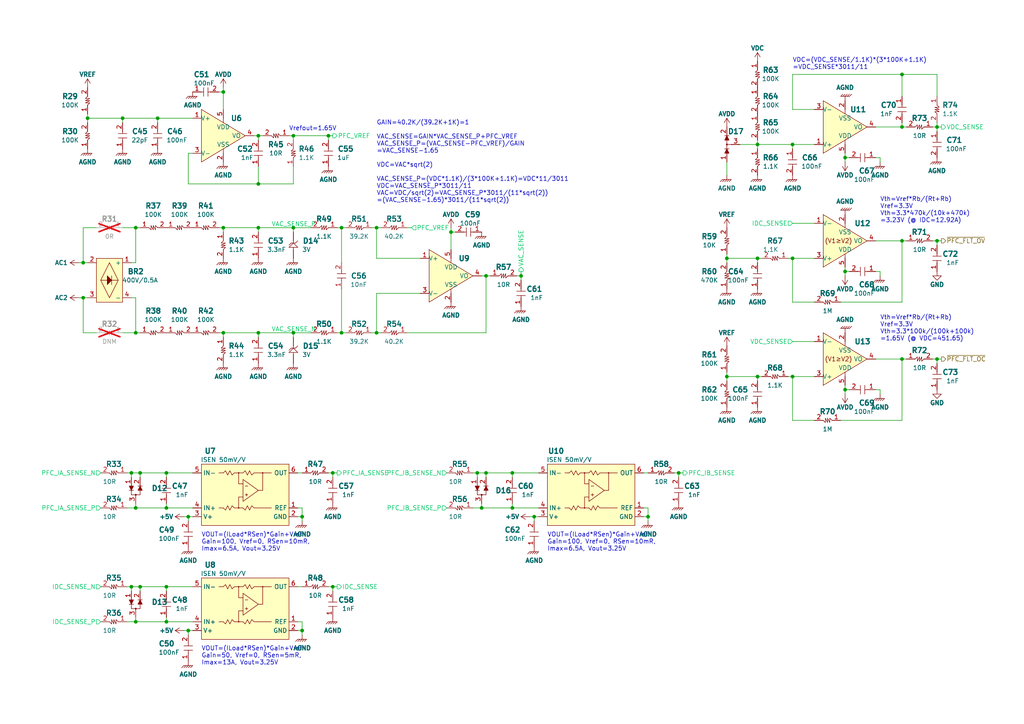
<source format=kicad_sch>
(kicad_sch (version 20231120) (generator "eeschema") (generator_version "8.0")
  (paper "A4")
  (title_block (title "POWER SUPPLY UNIT") (date "2023-10-14") (rev "0.0") (company "TON DUC THANG UNIVERSITY") (comment 1 "Schematic Designed by ...") (comment 2 "PCB Designed by ...") (comment 3 "Approved by ..."))
  (junction (at 24.13 76.2))
  (junction (at 271.78 69.85))
  (junction (at 45.72 34.29))
  (junction (at 74.93 96.52))
  (junction (at 109.22 66.04))
  (junction (at 210.82 74.93))
  (junction (at 48.26 147.32))
  (junction (at 74.93 66.04))
  (junction (at 138.43 137.16))
  (junction (at 245.11 45.72))
  (junction (at 187.96 149.86))
  (junction (at 261.62 69.85))
  (junction (at 148.59 137.16))
  (junction (at 96.52 137.16))
  (junction (at 229.87 41.91))
  (junction (at 64.77 66.04))
  (junction (at 245.11 113.03))
  (junction (at 271.78 36.83))
  (junction (at 271.78 104.14))
  (junction (at 261.62 104.14))
  (junction (at 109.22 96.52))
  (junction (at 74.93 39.37))
  (junction (at 48.26 170.18))
  (junction (at 95.25 39.37))
  (junction (at 40.64 170.18))
  (junction (at 40.64 137.16))
  (junction (at 151.13 80.01))
  (junction (at 35.56 34.29))
  (junction (at 87.63 149.86))
  (junction (at 25.4 34.29))
  (junction (at 139.7 147.32))
  (junction (at 261.62 21.59))
  (junction (at 85.09 66.04))
  (junction (at 85.09 39.37))
  (junction (at 96.52 170.18))
  (junction (at 48.26 137.16))
  (junction (at 219.71 109.22))
  (junction (at 38.1 170.18))
  (junction (at 39.37 96.52))
  (junction (at 87.63 182.88))
  (junction (at 74.93 53.34))
  (junction (at 99.06 66.04))
  (junction (at 210.82 109.22))
  (junction (at 39.37 147.32))
  (junction (at 85.09 96.52))
  (junction (at 140.97 80.01))
  (junction (at 39.37 180.34))
  (junction (at 154.94 149.86))
  (junction (at 54.61 182.88))
  (junction (at 130.81 67.31))
  (junction (at 229.87 74.93))
  (junction (at 219.71 74.93))
  (junction (at 38.1 137.16))
  (junction (at 24.13 86.36))
  (junction (at 64.77 26.67))
  (junction (at 148.59 147.32))
  (junction (at 261.62 36.83))
  (junction (at 140.97 137.16))
  (junction (at 245.11 78.74))
  (junction (at 54.61 149.86))
  (junction (at 219.71 41.91))
  (junction (at 229.87 109.22))
  (junction (at 48.26 180.34))
  (junction (at 196.85 137.16))
  (junction (at 39.37 66.04))
  (junction (at 99.06 96.52))
  (junction (at 64.77 96.52))
  (wire (pts (xy 229.87 74.93) (xy 236.22 74.93)))
  (wire (pts (xy 246.38 78.74) (xy 245.11 78.74)))
  (wire (pts (xy 74.93 53.34) (xy 54.61 53.34)))
  (wire (pts (xy 54.61 182.88) (xy 54.61 184.15)))
  (wire (pts (xy 219.71 74.93) (xy 220.98 74.93)))
  (wire (pts (xy 139.7 147.32) (xy 137.16 147.32)))
  (wire (pts (xy 97.79 137.16) (xy 96.52 137.16)))
  (wire (pts (xy 96.52 39.37) (xy 95.25 39.37)))
  (wire (pts (xy 54.61 53.34) (xy 54.61 44.45)))
  (wire (pts (xy 39.37 180.34) (xy 36.83 180.34)))
  (wire (pts (xy 229.87 41.91) (xy 236.22 41.91)))
  (wire (pts (xy 255.27 78.74) (xy 254 78.74)))
  (wire (pts (xy 64.77 96.52) (xy 64.77 97.79)))
  (wire (pts (xy 271.78 36.83) (xy 271.78 38.1)))
  (wire (pts (xy 38.1 137.16) (xy 38.1 138.43)))
  (wire (pts (xy 24.13 96.52) (xy 24.13 86.36)))
  (wire (pts (xy 271.78 69.85) (xy 270.51 69.85)))
  (wire (pts (xy 229.87 109.22) (xy 229.87 121.92)))
  (wire (pts (xy 36.83 170.18) (xy 38.1 170.18)))
  (wire (pts (xy 140.97 137.16) (xy 148.59 137.16)))
  (wire (pts (xy 148.59 147.32) (xy 156.21 147.32)))
  (wire (pts (xy 87.63 149.86) (xy 86.36 149.86)))
  (wire (pts (xy 39.37 180.34) (xy 48.26 180.34)))
  (wire (pts (xy 53.34 182.88) (xy 54.61 182.88)))
  (wire (pts (xy 118.11 66.04) (xy 119.38 66.04)))
  (wire (pts (xy 22.86 76.2) (xy 24.13 76.2)))
  (wire (pts (xy 254 104.14) (xy 261.62 104.14)))
  (wire (pts (xy 140.97 138.43) (xy 140.97 137.16)))
  (wire (pts (xy 53.34 149.86) (xy 54.61 149.86)))
  (wire (pts (xy 245.11 77.47) (xy 245.11 78.74)))
  (wire (pts (xy 107.95 66.04) (xy 109.22 66.04)))
  (wire (pts (xy 137.16 137.16) (xy 138.43 137.16)))
  (wire (pts (xy 85.09 66.04) (xy 90.17 66.04)))
  (wire (pts (xy 22.86 86.36) (xy 24.13 86.36)))
  (wire (pts (xy 85.09 40.64) (xy 85.09 39.37)))
  (wire (pts (xy 229.87 109.22) (xy 236.22 109.22)))
  (wire (pts (xy 36.83 137.16) (xy 38.1 137.16)))
  (wire (pts (xy 246.38 45.72) (xy 245.11 45.72)))
  (wire (pts (xy 271.78 21.59) (xy 271.78 27.94)))
  (wire (pts (xy 107.95 96.52) (xy 109.22 96.52)))
  (wire (pts (xy 39.37 76.2) (xy 39.37 66.04)))
  (wire (pts (xy 271.78 36.83) (xy 270.51 36.83)))
  (wire (pts (xy 255.27 113.03) (xy 254 113.03)))
  (wire (pts (xy 39.37 147.32) (xy 36.83 147.32)))
  (wire (pts (xy 85.09 39.37) (xy 83.82 39.37)))
  (wire (pts (xy 196.85 137.16) (xy 195.58 137.16)))
  (wire (pts (xy 255.27 78.74) (xy 255.27 80.01)))
  (wire (pts (xy 63.5 96.52) (xy 64.77 96.52)))
  (wire (pts (xy 151.13 80.01) (xy 151.13 81.28)))
  (wire (pts (xy 154.94 149.86) (xy 154.94 151.13)))
  (wire (pts (xy 271.78 71.12) (xy 271.78 69.85)))
  (wire (pts (xy 39.37 179.07) (xy 39.37 180.34)))
  (wire (pts (xy 261.62 104.14) (xy 262.89 104.14)))
  (wire (pts (xy 45.72 34.29) (xy 55.88 34.29)))
  (wire (pts (xy 214.63 41.91) (xy 219.71 41.91)))
  (wire (pts (xy 38.1 76.2) (xy 39.37 76.2)))
  (wire (pts (xy 229.87 31.75) (xy 236.22 31.75)))
  (wire (pts (xy 74.93 66.04) (xy 85.09 66.04)))
  (wire (pts (xy 87.63 184.15) (xy 87.63 182.88)))
  (wire (pts (xy 210.82 109.22) (xy 210.82 110.49)))
  (wire (pts (xy 273.05 69.85) (xy 271.78 69.85)))
  (wire (pts (xy 255.27 113.03) (xy 255.27 114.3)))
  (wire (pts (xy 64.77 26.67) (xy 64.77 31.75)))
  (wire (pts (xy 64.77 25.4) (xy 64.77 26.67)))
  (wire (pts (xy 151.13 80.01) (xy 149.86 80.01)))
  (wire (pts (xy 151.13 78.74) (xy 151.13 80.01)))
  (wire (pts (xy 261.62 36.83) (xy 262.89 36.83)))
  (wire (pts (xy 109.22 74.93) (xy 121.92 74.93)))
  (wire (pts (xy 87.63 170.18) (xy 86.36 170.18)))
  (wire (pts (xy 99.06 66.04) (xy 99.06 76.2)))
  (wire (pts (xy 73.66 39.37) (xy 74.93 39.37)))
  (wire (pts (xy 196.85 138.43) (xy 196.85 137.16)))
  (wire (pts (xy 130.81 67.31) (xy 130.81 72.39)))
  (wire (pts (xy 229.87 21.59) (xy 261.62 21.59)))
  (wire (pts (xy 254 36.83) (xy 261.62 36.83)))
  (wire (pts (xy 140.97 80.01) (xy 142.24 80.01)))
  (wire (pts (xy 35.56 96.52) (xy 39.37 96.52)))
  (wire (pts (xy 86.36 147.32) (xy 87.63 147.32)))
  (wire (pts (xy 271.78 35.56) (xy 271.78 36.83)))
  (wire (pts (xy 245.11 78.74) (xy 245.11 80.01)))
  (wire (pts (xy 198.12 137.16) (xy 196.85 137.16)))
  (wire (pts (xy 87.63 147.32) (xy 87.63 149.86)))
  (wire (pts (xy 86.36 180.34) (xy 87.63 180.34)))
  (wire (pts (xy 138.43 137.16) (xy 138.43 138.43)))
  (wire (pts (xy 139.7 146.05) (xy 139.7 147.32)))
  (wire (pts (xy 87.63 180.34) (xy 87.63 182.88)))
  (wire (pts (xy 219.71 41.91) (xy 219.71 43.18)))
  (wire (pts (xy 130.81 67.31) (xy 132.08 67.31)))
  (wire (pts (xy 87.63 137.16) (xy 86.36 137.16)))
  (wire (pts (xy 25.4 34.29) (xy 25.4 35.56)))
  (wire (pts (xy 95.25 39.37) (xy 95.25 40.64)))
  (wire (pts (xy 99.06 66.04) (xy 100.33 66.04)))
  (wire (pts (xy 40.64 171.45) (xy 40.64 170.18)))
  (wire (pts (xy 39.37 146.05) (xy 39.37 147.32)))
  (wire (pts (xy 187.96 149.86) (xy 186.69 149.86)))
  (wire (pts (xy 219.71 40.64) (xy 219.71 41.91)))
  (wire (pts (xy 27.94 66.04) (xy 24.13 66.04)))
  (wire (pts (xy 255.27 45.72) (xy 254 45.72)))
  (wire (pts (xy 271.78 104.14) (xy 270.51 104.14)))
  (wire (pts (xy 245.11 45.72) (xy 245.11 46.99)))
  (wire (pts (xy 139.7 80.01) (xy 140.97 80.01)))
  (wire (pts (xy 24.13 86.36) (xy 25.4 86.36)))
  (wire (pts (xy 38.1 170.18) (xy 40.64 170.18)))
  (wire (pts (xy 271.78 105.41) (xy 271.78 104.14)))
  (wire (pts (xy 210.82 74.93) (xy 219.71 74.93)))
  (wire (pts (xy 109.22 66.04) (xy 110.49 66.04)))
  (wire (pts (xy 48.26 138.43) (xy 48.26 137.16)))
  (wire (pts (xy 261.62 121.92) (xy 261.62 104.14)))
  (wire (pts (xy 138.43 137.16) (xy 140.97 137.16)))
  (wire (pts (xy 273.05 36.83) (xy 271.78 36.83)))
  (wire (pts (xy 45.72 34.29) (xy 45.72 35.56)))
  (wire (pts (xy 38.1 86.36) (xy 39.37 86.36)))
  (wire (pts (xy 87.63 151.13) (xy 87.63 149.86)))
  (wire (pts (xy 109.22 85.09) (xy 121.92 85.09)))
  (wire (pts (xy 210.82 46.99) (xy 210.82 50.8)))
  (wire (pts (xy 109.22 74.93) (xy 109.22 66.04)))
  (wire (pts (xy 74.93 96.52) (xy 85.09 96.52)))
  (wire (pts (xy 74.93 96.52) (xy 74.93 97.79)))
  (wire (pts (xy 219.71 76.2) (xy 219.71 74.93)))
  (wire (pts (xy 261.62 36.83) (xy 261.62 35.56)))
  (wire (pts (xy 261.62 21.59) (xy 271.78 21.59)))
  (wire (pts (xy 261.62 69.85) (xy 262.89 69.85)))
  (wire (pts (xy 24.13 76.2) (xy 25.4 76.2)))
  (wire (pts (xy 97.79 66.04) (xy 99.06 66.04)))
  (wire (pts (xy 39.37 66.04) (xy 40.64 66.04)))
  (wire (pts (xy 25.4 33.02) (xy 25.4 34.29)))
  (wire (pts (xy 229.87 99.06) (xy 236.22 99.06)))
  (wire (pts (xy 219.71 41.91) (xy 229.87 41.91)))
  (wire (pts (xy 99.06 96.52) (xy 100.33 96.52)))
  (wire (pts (xy 74.93 39.37) (xy 74.93 40.64)))
  (wire (pts (xy 261.62 87.63) (xy 261.62 69.85)))
  (wire (pts (xy 148.59 146.05) (xy 148.59 147.32)))
  (wire (pts (xy 96.52 138.43) (xy 96.52 137.16)))
  (wire (pts (xy 27.94 96.52) (xy 24.13 96.52)))
  (wire (pts (xy 54.61 182.88) (xy 55.88 182.88)))
  (wire (pts (xy 48.26 137.16) (xy 55.88 137.16)))
  (wire (pts (xy 187.96 137.16) (xy 186.69 137.16)))
  (wire (pts (xy 187.96 151.13) (xy 187.96 149.86)))
  (wire (pts (xy 186.69 147.32) (xy 187.96 147.32)))
  (wire (pts (xy 39.37 86.36) (xy 39.37 96.52)))
  (wire (pts (xy 63.5 66.04) (xy 64.77 66.04)))
  (wire (pts (xy 140.97 96.52) (xy 140.97 80.01)))
  (wire (pts (xy 38.1 170.18) (xy 38.1 171.45)))
  (wire (pts (xy 25.4 34.29) (xy 35.56 34.29)))
  (wire (pts (xy 245.11 113.03) (xy 245.11 111.76)))
  (wire (pts (xy 54.61 149.86) (xy 54.61 151.13)))
  (wire (pts (xy 39.37 147.32) (xy 48.26 147.32)))
  (wire (pts (xy 154.94 149.86) (xy 156.21 149.86)))
  (wire (pts (xy 39.37 96.52) (xy 40.64 96.52)))
  (wire (pts (xy 228.6 109.22) (xy 229.87 109.22)))
  (wire (pts (xy 255.27 45.72) (xy 255.27 46.99)))
  (wire (pts (xy 48.26 170.18) (xy 55.88 170.18)))
  (wire (pts (xy 64.77 96.52) (xy 74.93 96.52)))
  (wire (pts (xy 273.05 104.14) (xy 271.78 104.14)))
  (wire (pts (xy 99.06 83.82) (xy 99.06 96.52)))
  (wire (pts (xy 85.09 96.52) (xy 90.17 96.52)))
  (wire (pts (xy 245.11 113.03) (xy 245.11 114.3)))
  (wire (pts (xy 236.22 121.92) (xy 229.87 121.92)))
  (wire (pts (xy 48.26 147.32) (xy 55.88 147.32)))
  (wire (pts (xy 54.61 44.45) (xy 55.88 44.45)))
  (wire (pts (xy 96.52 137.16) (xy 95.25 137.16)))
  (wire (pts (xy 229.87 87.63) (xy 236.22 87.63)))
  (wire (pts (xy 245.11 45.72) (xy 245.11 44.45)))
  (wire (pts (xy 109.22 96.52) (xy 110.49 96.52)))
  (wire (pts (xy 38.1 137.16) (xy 40.64 137.16)))
  (wire (pts (xy 229.87 31.75) (xy 229.87 21.59)))
  (wire (pts (xy 153.67 149.86) (xy 154.94 149.86)))
  (wire (pts (xy 229.87 64.77) (xy 236.22 64.77)))
  (wire (pts (xy 148.59 138.43) (xy 148.59 137.16)))
  (wire (pts (xy 229.87 74.93) (xy 229.87 87.63)))
  (wire (pts (xy 74.93 66.04) (xy 74.93 67.31)))
  (wire (pts (xy 229.87 43.18) (xy 229.87 41.91)))
  (wire (pts (xy 95.25 39.37) (xy 85.09 39.37)))
  (wire (pts (xy 85.09 97.79) (xy 85.09 96.52)))
  (wire (pts (xy 85.09 48.26) (xy 85.09 53.34)))
  (wire (pts (xy 74.93 39.37) (xy 76.2 39.37)))
  (wire (pts (xy 48.26 171.45) (xy 48.26 170.18)))
  (wire (pts (xy 64.77 66.04) (xy 64.77 67.31)))
  (wire (pts (xy 139.7 147.32) (xy 148.59 147.32)))
  (wire (pts (xy 228.6 74.93) (xy 229.87 74.93)))
  (wire (pts (xy 97.79 96.52) (xy 99.06 96.52)))
  (wire (pts (xy 109.22 85.09) (xy 109.22 96.52)))
  (wire (pts (xy 48.26 146.05) (xy 48.26 147.32)))
  (wire (pts (xy 74.93 48.26) (xy 74.93 53.34)))
  (wire (pts (xy 40.64 138.43) (xy 40.64 137.16)))
  (wire (pts (xy 63.5 26.67) (xy 64.77 26.67)))
  (wire (pts (xy 96.52 170.18) (xy 95.25 170.18)))
  (wire (pts (xy 54.61 149.86) (xy 55.88 149.86)))
  (wire (pts (xy 243.84 121.92) (xy 261.62 121.92)))
  (wire (pts (xy 243.84 87.63) (xy 261.62 87.63)))
  (wire (pts (xy 48.26 180.34) (xy 55.88 180.34)))
  (wire (pts (xy 210.82 109.22) (xy 219.71 109.22)))
  (wire (pts (xy 48.26 179.07) (xy 48.26 180.34)))
  (wire (pts (xy 96.52 171.45) (xy 96.52 170.18)))
  (wire (pts (xy 97.79 170.18) (xy 96.52 170.18)))
  (wire (pts (xy 210.82 107.95) (xy 210.82 109.22)))
  (wire (pts (xy 254 69.85) (xy 261.62 69.85)))
  (wire (pts (xy 219.71 110.49) (xy 219.71 109.22)))
  (wire (pts (xy 130.81 66.04) (xy 130.81 67.31)))
  (wire (pts (xy 40.64 137.16) (xy 48.26 137.16)))
  (wire (pts (xy 187.96 147.32) (xy 187.96 149.86)))
  (wire (pts (xy 210.82 74.93) (xy 210.82 76.2)))
  (wire (pts (xy 148.59 137.16) (xy 156.21 137.16)))
  (wire (pts (xy 40.64 170.18) (xy 48.26 170.18)))
  (wire (pts (xy 118.11 96.52) (xy 140.97 96.52)))
  (wire (pts (xy 85.09 53.34) (xy 74.93 53.34)))
  (wire (pts (xy 35.56 34.29) (xy 35.56 35.56)))
  (wire (pts (xy 261.62 21.59) (xy 261.62 27.94)))
  (wire (pts (xy 87.63 182.88) (xy 86.36 182.88)))
  (wire (pts (xy 246.38 113.03) (xy 245.11 113.03)))
  (wire (pts (xy 64.77 66.04) (xy 74.93 66.04)))
  (wire (pts (xy 85.09 67.31) (xy 85.09 66.04)))
  (wire (pts (xy 35.56 34.29) (xy 45.72 34.29)))
  (wire (pts (xy 210.82 73.66) (xy 210.82 74.93)))
  (wire (pts (xy 220.98 109.22) (xy 219.71 109.22)))
  (wire (pts (xy 35.56 66.04) (xy 39.37 66.04)))
  (wire (pts (xy 24.13 66.04) (xy 24.13 76.2)))
  (text "Vth=Vref*Rb/(Rt+Rb)\nVref=3.3V\nVth=3.3*470k/(10k+470k)\n=3.23V (@ IDC=12.92A)" (at 255.27 64.77 0) (effects (font (size 1.27 1.27)) (justify left bottom)))
  (text "Vth=Vref*Rb/(Rt+Rb)\nVref=3.3V\nVth=3.3*100k/(100k+100k)\n=1.65V (@ VDC=451.65)" (at 255.27 99.06 0) (effects (font (size 1.27 1.27)) (justify left bottom)))
  (text "Vrefout=1.65V" (at 83.82 38.1 0) (effects (font (size 1.27 1.27)) (justify left bottom)))
  (text "VOUT=(ILoad*RSen)*Gain+Vref\nGain=100, Vref=0, RSen=10mR,\nImax=6.5A, Vout=3.25V" (at 158.75 160.02 0) (effects (font (size 1.27 1.27)) (justify left bottom)))
  (text "VDC=(VDC_SENSE/1.1K)*(3*100K+1.1K)\n=VDC_SENSE*3011/11" (at 229.87 20.32 0) (effects (font (size 1.27 1.27)) (justify left bottom)))
  (text "VOUT=(ILoad*RSen)*Gain+Vref\nGain=100, Vref=0, RSen=10mR,\nImax=6.5A, Vout=3.25V" (at 58.42 160.02 0) (effects (font (size 1.27 1.27)) (justify left bottom)))
  (text "GAIN=40.2K/(39.2K+1K)=1\n\nVAC_SENSE=GAIN*VAC_SENSE_P+PFC_VREF\nVAC_SENSE_P=(VAC_SENSE-PFC_VREF)/GAIN\n=VAC_SENSE-1.65\n\nVDC=VAC*sqrt(2)\n\nVAC_SENSE_P=(VDC*1.1K)/(3*100K+1.1K)=VDC*11/3011\nVDC=VAC_SENSE_P*3011/11\nVAC=VDC/sqrt(2)=VAC_SENSE_P*3011/(11*sqrt(2))\n=(VAC_SENSE-1.65)*3011/(11*sqrt(2))\n\n" (at 109.22 60.96 0) (effects (font (size 1.27 1.27)) (justify left bottom)))
  (text "VOUT=(ILoad*RSen)*Gain+Vref\nGain=50, Vref=0, RSen=5mR,\nImax=13A, Vout=3.25V" (at 58.42 193.04 0) (effects (font (size 1.27 1.27)) (justify left bottom)))
  (label "VAC_SENSE_N" (at 78.74 96.52 0))
  (label "VAC_SENSE_P" (at 78.74 66.04 0))
  (hierarchical_label "PFC_IB_SENSE_P" (shape input) (at 129.54 147.32 180))
  (hierarchical_label "IDC_SENSE_P" (shape input) (at 29.21 180.34 180))
  (hierarchical_label "PFC_IA_SENSE_N" (shape input) (at 29.21 137.16 180))
  (hierarchical_label "PFC_VREF" (shape output) (at 96.52 39.37 0))
  (hierarchical_label "PFC_IB_SENSE_N" (shape input) (at 129.54 137.16 180))
  (hierarchical_label "PFC_IA_SENSE" (shape output) (at 97.79 137.16 0))
  (hierarchical_label "VDC_SENSE" (shape output) (at 273.05 36.83 0))
  (hierarchical_label "PFC_IA_SENSE_P" (shape input) (at 29.21 147.32 180))
  (hierarchical_label "VDC_SENSE" (shape input) (at 229.87 99.06 180))
  (hierarchical_label "IDC_SENSE_N" (shape input) (at 29.21 170.18 180))
  (hierarchical_label "VAC_SENSE" (shape output) (at 151.13 78.74 90))
  (hierarchical_label "IDC_SENSE" (shape output) (at 97.79 170.18 0))
  (hierarchical_label "PFC_IB_SENSE" (shape output) (at 198.12 137.16 0))
  (hierarchical_label "~{PFC_FLT_OV}" (shape output) (at 273.05 69.85 0))
  (hierarchical_label "PFC_VREF" (shape input) (at 119.38 66.04 0))
  (hierarchical_label "IDC_SENSE" (shape input) (at 229.87 64.77 180))
  (hierarchical_label "~{PFC_FLT_OC}" (shape output) (at 273.05 104.14 0))
  (symbol (lib_id "SAMPI:CERCAP") (at 251.46 76.2 0) (mirror y) (unit 1)
    (property "Reference" "C68" (at 248.92 82.55 0) (effects (font (size 1.5 1.5) (bold yes)) (justify right)))
    (property "Value" "100nF" (at 247.65 85.09 0) (effects (justify right)))
    (property "Footprint" "SAMPI:CAP0603" (effects (hide yes)))
    (property "Description" "CAP CER 0.1UF 50V X7R 0603" (effects (hide yes)))
    (property "MFT" "Samsung" (effects (hide yes)))
    (property "Unit Price" "0.0146" (effects (hide yes)))
    (property "MNP" "CL10B104KB8NNNC" (effects (hide yes)))
    (property "Checked" "OK" (effects (hide yes)))
  )
  (symbol (lib_id "SAMPI:CERCAP") (at 222.25 115.57 270) (mirror x) (unit 1)
    (property "Reference" "C65" (at 217.17 113.0299 90) (effects (font (size 1.5 1.5) (bold yes)) (justify right)))
    (property "Value" "100nF" (at 217.17 115.5699 90) (effects (justify right)))
    (property "Footprint" "SAMPI:CAP0603" (effects (hide yes)))
    (property "Description" "CAP CER 0.1UF 50V X7R 0603" (effects (hide yes)))
    (property "MFT" "Samsung" (effects (hide yes)))
    (property "Unit Price" "0.0146" (effects (hide yes)))
    (property "MNP" "CL10B104KB8NNNC" (effects (hide yes)))
    (property "Checked" "OK" (effects (hide yes)))
  )
  (symbol (lib_id "SAMPI:CERCAP") (at 251.46 43.18 0) (mirror y) (unit 1)
    (property "Reference" "C67" (at 248.92 49.53 0) (effects (font (size 1.5 1.5) (bold yes)) (justify right)))
    (property "Value" "100nF" (at 247.65 52.07 0) (effects (justify right)))
    (property "Footprint" "SAMPI:CAP0603" (effects (hide yes)))
    (property "Description" "CAP CER 0.1UF 50V X7R 0603" (effects (hide yes)))
    (property "MFT" "Samsung" (effects (hide yes)))
    (property "Unit Price" "0.0146" (effects (hide yes)))
    (property "MNP" "CL10B104KB8NNNC" (effects (hide yes)))
    (property "Checked" "OK" (effects (hide yes)))
  )
  (symbol (lib_id "SAMPI:RES") (at 265.43 67.31 0) (unit 1)
    (property "Reference" "R71" (at 266.7 67.31 0) (effects (font (size 1.5 1.5) (bold yes))))
    (property "Value" "10R" (at 266.7 72.39 0))
    (property "Footprint" "SAMPI:RES0603" (effects (hide yes)))
    (property "Description" "RES 10 OHM 1% 1/10W 0603" (effects (hide yes)))
    (property "MFT" "YAGEO" (effects (hide yes)))
    (property "Unit Price" "0.029" (effects (hide yes)))
    (property "MNP" "RC0603FR-0710RL" (effects (hide yes)))
    (property "Checked" "OK" (effects (hide yes)))
  )
  (symbol (lib_id "SAMPI:AGND") (at 210.82 50.8 0) (unit 1)
    (property "Reference" "#PWR0115" (effects (hide yes)))
    (property "Value" "AGND" (at 210.82 54.61 0) (effects (font (bold yes))))
  )
  (symbol (lib_id "SAMPI:CERCAP") (at 199.39 143.51 270) (mirror x) (unit 1)
    (property "Reference" "C63" (at 203.2 140.97 90) (effects (font (size 1.5 1.5) (bold yes)) (justify right)))
    (property "Value" "1nF" (at 203.2 143.51 90) (effects (justify right)))
    (property "Footprint" "SAMPI:CAP0603" (effects (hide yes)))
    (property "Description" "CAP CER 1nF 50V X7R 0603" (effects (hide yes)))
    (property "MFT" "Samsung" (effects (hide yes)))
    (property "Unit Price" "0.027" (effects (hide yes)))
    (property "MNP" "CL10B102KB8NNNC" (effects (hide yes)))
    (property "Checked" "OK" (effects (hide yes)))
  )
  (symbol (lib_id "SAMPI:RES") (at 34.29 134.62 0) (mirror y) (unit 1)
    (property "Reference" "R33" (at 33.02 134.62 0) (effects (font (size 1.5 1.5) (bold yes))))
    (property "Value" "10R" (at 31.75 139.7 0))
    (property "Footprint" "SAMPI:RES0603" (effects (hide yes)))
    (property "Description" "RES 10 OHM 1% 1/10W 0603" (effects (hide yes)))
    (property "MFT" "YAGEO" (effects (hide yes)))
    (property "Unit Price" "0.029" (effects (hide yes)))
    (property "MNP" "RC0603FR-0710RL" (effects (hide yes)))
    (property "Checked" "OK" (effects (hide yes)))
  )
  (symbol (lib_id "SAMPI:AGND") (at 64.77 46.99 0) (unit 1)
    (property "Reference" "#PWR094" (effects (hide yes)))
    (property "Value" "AGND" (at 64.77 50.8 0) (effects (font (bold yes))))
  )
  (symbol (lib_id "SAMPI:AGND") (at 87.63 151.13 0) (unit 1)
    (property "Reference" "#PWR0101" (effects (hide yes)))
    (property "Value" "AGND" (at 87.63 154.94 0) (effects (font (bold yes))))
  )
  (symbol (lib_id "SAMPI:CMP-1CH") (at 238.76 80.01 0) (mirror x) (unit 1)
    (property "Reference" "U12" (at 247.65 64.77 0) (effects (font (size 1.5 1.5) (bold yes)) (justify left)))
    (property "Value" "CMP-1CH" (effects (hide yes)))
    (property "Footprint" "SAMPI:SOT25_DIODES" (effects (hide yes)))
    (property "Description" "IC COMPARATOR 1 GEN PUR SOT25" (effects (hide yes)))
    (property "MNP" "AP331AWG-7" (effects (hide yes)))
    (property "MFT" "Diodes" (effects (hide yes)))
    (property "Unit Price" "0.36" (effects (hide yes)))
    (property "Checked" "OK" (effects (hide yes)))
  )
  (symbol (lib_id "SAMPI:CERCAP") (at 269.24 40.64 90) (mirror x) (unit 1)
    (property "Reference" "C71" (at 274.32 40.64 90) (effects (font (size 1.5 1.5) (bold yes)) (justify right)))
    (property "Value" "100nF" (at 274.32 43.18 90) (effects (justify right)))
    (property "Footprint" "SAMPI:CAP0603" (effects (hide yes)))
    (property "Description" "CAP CER 0.1UF 50V X7R 0603" (effects (hide yes)))
    (property "MFT" "Samsung" (effects (hide yes)))
    (property "Unit Price" "0.0146" (effects (hide yes)))
    (property "MNP" "CL10B104KB8NNNC" (effects (hide yes)))
    (property "Checked" "OK" (effects (hide yes)))
  )
  (symbol (lib_id "SAMPI:RES") (at 27.94 30.48 270) (mirror x) (unit 1)
    (property "Reference" "R29" (at 20.32 27.94 90) (effects (font (size 1.5 1.5) (bold yes))))
    (property "Value" "100K" (at 20.32 30.48 90))
    (property "Footprint" "SAMPI:RES0603" (effects (hide yes)))
    (property "Description" "RES 100K OHM 1% 1/10W 0603" (effects (hide yes)))
    (property "MFT" "YAGEO" (effects (hide yes)))
    (property "Unit Price" "0.019" (effects (hide yes)))
    (property "MNP" "RC0603FR-07100KL" (effects (hide yes)))
    (property "Checked" "OK" (effects (hide yes)))
  )
  (symbol (lib_id "SAMPI:DIODE_ARR1") (at 146.05 146.05 270) (mirror x) (unit 1)
    (property "Reference" "D16" (at 143.51 142.24 90) (effects (font (size 1.5 1.5) (bold yes)) (justify left)))
    (property "Value" "GP DIODE" (effects (hide yes)))
    (property "Footprint" "SAMPI:SOT23" (effects (hide yes)))
    (property "Description" "DIODE ARRAY GP 75V 150MA SOT23" (effects (hide yes)))
    (property "MNP" "MMBD4148SE" (effects (hide yes)))
    (property "MFT" "ANBON" (effects (hide yes)))
    (property "Unit Price" "0.11" (effects (hide yes)))
    (property "Checked" "OK" (effects (hide yes)))
  )
  (symbol (lib_id "SAMPI:OPAMP-1CH") (at 124.46 69.85 0) (unit 1)
    (property "Reference" "U9" (at 134.62 74.93 0) (effects (font (size 1.5 1.5) (bold yes))))
    (property "Value" "OP-1CH" (effects (hide yes)))
    (property "Footprint" "SAMPI:SOT353" (effects (hide yes)))
    (property "Description" "IC OPAMP GP 1 CIRCUIT SC88A" (effects (hide yes)))
    (property "MNP" "NCV21871SQ3T2G" (effects (hide yes)))
    (property "MFT" "Onsemi" (effects (hide yes)))
    (property "Unit Price" "0.633" (effects (hide yes)))
    (property "Checked" "OK" (effects (hide yes)))
  )
  (symbol (lib_id "SAMPI:RES") (at 217.17 27.94 90) (mirror x) (unit 1)
    (property "Reference" "R64" (at 223.52 27.94 90) (effects (font (size 1.5 1.5) (bold yes))))
    (property "Value" "100K" (at 223.52 30.48 90))
    (property "Footprint" "SAMPI:RES0603" (effects (hide yes)))
    (property "Description" "RES 100K OHM 1% 1/10W 0603" (effects (hide yes)))
    (property "MFT" "YAGEO" (effects (hide yes)))
    (property "Unit Price" "0.019" (effects (hide yes)))
    (property "MNP" "RC0603FR-07100KL" (effects (hide yes)))
    (property "Checked" "OK" (effects (hide yes)))
  )
  (symbol (lib_id "SAMPI:RES") (at 105.41 99.06 180) (unit 1)
    (property "Reference" "R52" (at 104.14 93.98 0) (effects (font (size 1.5 1.5) (bold yes))))
    (property "Value" "39.2K" (at 104.14 99.06 0))
    (property "Footprint" "SAMPI:RES0603" (effects (hide yes)))
    (property "Description" "RES 39.2K OHM 1% 1/10W 0603" (effects (hide yes)))
    (property "MFT" "YAGEO" (effects (hide yes)))
    (property "Unit Price" "0.019" (effects (hide yes)))
    (property "MNP" "RC0603FR-0739K2L" (effects (hide yes)))
    (property "Checked" "OK" (effects (hide yes)))
  )
  (symbol (lib_id "SAMPI:RES") (at 43.18 99.06 0) (mirror x) (unit 1)
    (property "Reference" "R38" (at 44.45 90.17 0) (effects (font (size 1.5 1.5) (bold yes))))
    (property "Value" "100K" (at 44.45 92.71 0))
    (property "Footprint" "SAMPI:RES0603" (effects (hide yes)))
    (property "Description" "RES 100K OHM 1% 1/10W 0603" (effects (hide yes)))
    (property "MFT" "YAGEO" (effects (hide yes)))
    (property "Unit Price" "0.019" (effects (hide yes)))
    (property "MNP" "RC0603FR-07100KL" (effects (hide yes)))
    (property "Checked" "OK" (effects (hide yes)))
  )
  (symbol (lib_id "SAMPI:RES") (at 50.8 99.06 0) (mirror x) (unit 1)
    (property "Reference" "R40" (at 52.07 90.17 0) (effects (font (size 1.5 1.5) (bold yes))))
    (property "Value" "100K" (at 52.07 92.71 0))
    (property "Footprint" "SAMPI:RES0603" (effects (hide yes)))
    (property "Description" "RES 100K OHM 1% 1/10W 0603" (effects (hide yes)))
    (property "MFT" "YAGEO" (effects (hide yes)))
    (property "Unit Price" "0.019" (effects (hide yes)))
    (property "MNP" "RC0603FR-07100KL" (effects (hide yes)))
    (property "Checked" "OK" (effects (hide yes)))
  )
  (symbol (lib_id "SAMPI:AVDD") (at 245.11 114.3 180) (unit 1)
    (property "Reference" "#PWR0130" (effects (hide yes)))
    (property "Value" "AVDD" (at 245.11 118.11 0) (effects (font (bold yes))))
  )
  (symbol (lib_id "SAMPI:AGND") (at 45.72 43.18 0) (unit 1)
    (property "Reference" "#PWR087" (effects (hide yes)))
    (property "Value" "AGND" (at 45.72 46.99 0) (effects (font (bold yes))))
  )
  (symbol (lib_id "SAMPI:AGND") (at 25.4 43.18 0) (unit 1)
    (property "Reference" "#PWR085" (effects (hide yes)))
    (property "Value" "AGND" (at 25.4 46.99 0) (effects (font (bold yes))))
  )
  (symbol (lib_id "SAMPI:CERCAP") (at 137.16 69.85 180) (unit 1)
    (property "Reference" "C59" (at 134.62 62.23 0) (effects (font (size 1.5 1.5) (bold yes)) (justify right)))
    (property "Value" "100nF" (at 133.35 64.77 0) (effects (justify right)))
    (property "Footprint" "SAMPI:CAP0603" (effects (hide yes)))
    (property "Description" "CAP CER 0.1UF 50V X7R 0603" (effects (hide yes)))
    (property "MFT" "Samsung" (effects (hide yes)))
    (property "Unit Price" "0.0146" (effects (hide yes)))
    (property "MNP" "CL10B104KB8NNNC" (effects (hide yes)))
    (property "Checked" "OK" (effects (hide yes)))
  )
  (symbol (lib_id "SAMPI:CERCAP") (at 58.42 29.21 0) (mirror x) (unit 1)
    (property "Reference" "C51" (at 60.96 21.59 0) (effects (font (size 1.5 1.5) (bold yes)) (justify right)))
    (property "Value" "100nF" (at 62.23 24.13 0) (effects (justify right)))
    (property "Footprint" "SAMPI:CAP0603" (effects (hide yes)))
    (property "Description" "CAP CER 0.1UF 50V X7R 0603" (effects (hide yes)))
    (property "MFT" "Samsung" (effects (hide yes)))
    (property "Unit Price" "0.0146" (effects (hide yes)))
    (property "MNP" "CL10B104KB8NNNC" (effects (hide yes)))
    (property "Checked" "OK" (effects (hide yes)))
  )
  (symbol (lib_id "SAMPI:CERCAP") (at 57.15 156.21 270) (mirror x) (unit 1)
    (property "Reference" "C49" (at 50.8 153.67 90) (effects (font (size 1.5 1.5) (bold yes)) (justify right)))
    (property "Value" "100nF" (at 52.07 156.21 90) (effects (justify right)))
    (property "Footprint" "SAMPI:CAP0603" (effects (hide yes)))
    (property "Description" "CAP CER 0.1UF 50V X7R 0603" (effects (hide yes)))
    (property "MFT" "Samsung" (effects (hide yes)))
    (property "Unit Price" "0.0146" (effects (hide yes)))
    (property "MNP" "CL10B104KB8NNNC" (effects (hide yes)))
    (property "Checked" "OK" (effects (hide yes)))
  )
  (symbol (lib_id "SAMPI:CERCAP") (at 57.15 189.23 270) (mirror x) (unit 1)
    (property "Reference" "C50" (at 50.8 186.69 90) (effects (font (size 1.5 1.5) (bold yes)) (justify right)))
    (property "Value" "100nF" (at 52.07 189.23 90) (effects (justify right)))
    (property "Footprint" "SAMPI:CAP0603" (effects (hide yes)))
    (property "Description" "CAP CER 0.1UF 50V X7R 0603" (effects (hide yes)))
    (property "MFT" "Samsung" (effects (hide yes)))
    (property "Unit Price" "0.0146" (effects (hide yes)))
    (property "MNP" "CL10B104KB8NNNC" (effects (hide yes)))
    (property "Checked" "OK" (effects (hide yes)))
  )
  (symbol (lib_id "SAMPI:CERCAP") (at 50.8 176.53 270) (mirror x) (unit 1)
    (property "Reference" "C48" (at 54.61 173.99 90) (effects (font (size 1.5 1.5) (bold yes)) (justify right)))
    (property "Value" "1nF" (at 54.61 176.53 90) (effects (justify right)))
    (property "Footprint" "SAMPI:CAP0603" (effects (hide yes)))
    (property "Description" "CAP CER 1nF 50V X7R 0603" (effects (hide yes)))
    (property "MFT" "Samsung" (effects (hide yes)))
    (property "Unit Price" "0.027" (effects (hide yes)))
    (property "MNP" "CL10B102KB8NNNC" (effects (hide yes)))
    (property "Checked" "OK" (effects (hide yes)))
  )
  (symbol (lib_id "SAMPI:RES") (at 95.25 99.06 180) (unit 1)
    (property "Reference" "R50" (at 93.98 93.98 0) (effects (font (size 1.5 1.5) (bold yes))))
    (property "Value" "1.1K" (at 93.98 99.06 0))
    (property "Footprint" "SAMPI:RES0603" (effects (hide yes)))
    (property "Description" "RES SMD 1.1K OHM 1% 1/10W 0603" (effects (hide yes)))
    (property "MFT" "YAGEO" (effects (hide yes)))
    (property "Unit Price" "0.021" (effects (hide yes)))
    (property "MNP" "AC0603FR-071K1L" (effects (hide yes)))
    (property "Checked" "OK" (effects (hide yes)))
  )
  (symbol (lib_id "SAMPI:AGND") (at 196.85 146.05 0) (unit 1)
    (property "Reference" "#PWR0113" (effects (hide yes)))
    (property "Value" "AGND" (at 196.85 149.86 0) (effects (font (bold yes))))
  )
  (symbol (lib_id "SAMPI:AGND") (at 187.96 151.13 0) (unit 1)
    (property "Reference" "#PWR0112" (effects (hide yes)))
    (property "Value" "AGND" (at 187.96 154.94 0) (effects (font (bold yes))))
  )
  (symbol (lib_id "SAMPI:RES") (at 58.42 99.06 0) (mirror x) (unit 1)
    (property "Reference" "R42" (at 59.69 90.17 0) (effects (font (size 1.5 1.5) (bold yes))))
    (property "Value" "100K" (at 59.69 92.71 0))
    (property "Footprint" "SAMPI:RES0603" (effects (hide yes)))
    (property "Description" "RES 100K OHM 1% 1/10W 0603" (effects (hide yes)))
    (property "MFT" "YAGEO" (effects (hide yes)))
    (property "Unit Price" "0.019" (effects (hide yes)))
    (property "MNP" "RC0603FR-07100KL" (effects (hide yes)))
    (property "Checked" "OK" (effects (hide yes)))
  )
  (symbol (lib_id "SAMPI:AVDD") (at 210.82 36.83 0) (unit 1)
    (property "Reference" "#PWR0114" (effects (hide yes)))
    (property "Value" "AVDD" (at 210.82 33.02 0) (effects (font (bold yes))))
  )
  (symbol (lib_id "SAMPI:AGND") (at 255.27 80.01 0) (unit 1)
    (property "Reference" "#PWR0132" (effects (hide yes)))
    (property "Value" "AGND" (at 255.27 83.82 0) (effects (font (bold yes))))
  )
  (symbol (lib_id "SAMPI:AGND") (at 210.82 118.11 0) (unit 1)
    (property "Reference" "#PWR0119" (effects (hide yes)))
    (property "Value" "AGND" (at 210.82 121.92 0) (effects (font (bold yes))))
  )
  (symbol (lib_id "SAMPI:RES") (at 134.62 144.78 0) (mirror y) (unit 1)
    (property "Reference" "R56" (at 133.35 144.78 0) (effects (font (size 1.5 1.5) (bold yes))))
    (property "Value" "10R" (at 132.08 149.86 0))
    (property "Footprint" "SAMPI:RES0603" (effects (hide yes)))
    (property "Description" "RES 10 OHM 1% 1/10W 0603" (effects (hide yes)))
    (property "MFT" "YAGEO" (effects (hide yes)))
    (property "Unit Price" "0.029" (effects (hide yes)))
    (property "MNP" "RC0603FR-0710RL" (effects (hide yes)))
    (property "Checked" "OK" (effects (hide yes)))
  )
  (symbol (lib_id "SAMPI:RES") (at 34.29 177.8 0) (mirror y) (unit 1)
    (property "Reference" "R36" (at 33.02 177.8 0) (effects (font (size 1.5 1.5) (bold yes))))
    (property "Value" "10R" (at 31.75 182.88 0))
    (property "Footprint" "SAMPI:RES0603" (effects (hide yes)))
    (property "Description" "RES 10 OHM 1% 1/10W 0603" (effects (hide yes)))
    (property "MFT" "YAGEO" (effects (hide yes)))
    (property "Unit Price" "0.029" (effects (hide yes)))
    (property "MNP" "RC0603FR-0710RL" (effects (hide yes)))
    (property "Checked" "OK" (effects (hide yes)))
  )
  (symbol (lib_id "SAMPI:DIODE_ARR1") (at 45.72 179.07 270) (mirror x) (unit 1)
    (property "Reference" "D13" (at 43.815 174.625 90) (effects (font (size 1.5 1.5) (bold yes)) (justify left)))
    (property "Value" "GP DIODE" (effects (hide yes)))
    (property "Footprint" "SAMPI:SOT23" (effects (hide yes)))
    (property "Description" "DIODE ARRAY GP 75V 150MA SOT23" (effects (hide yes)))
    (property "MNP" "MMBD4148SE" (effects (hide yes)))
    (property "MFT" "ANBON" (effects (hide yes)))
    (property "Unit Price" "0.11" (effects (hide yes)))
    (property "Checked" "OK" (effects (hide yes)))
  )
  (symbol (lib_id "SAMPI:CERCAP") (at 72.39 45.72 90) (unit 1)
    (property "Reference" "C52" (at 68.58 43.18 90) (effects (font (size 1.5 1.5) (bold yes)) (justify right)))
    (property "Value" "1nF" (at 69.85 45.72 90) (effects (justify right)))
    (property "Footprint" "SAMPI:CAP0603" (effects (hide yes)))
    (property "Description" "CAP CER 1nF 50V X7R 0603" (effects (hide yes)))
    (property "MFT" "Samsung" (effects (hide yes)))
    (property "Unit Price" "0.027" (effects (hide yes)))
    (property "MNP" "CL10B102KB8NNNC" (effects (hide yes)))
    (property "Checked" "OK" (effects (hide yes)))
  )
  (symbol (lib_id "SAMPI:AVDD") (at 245.11 46.99 180) (unit 1)
    (property "Reference" "#PWR0126" (effects (hide yes)))
    (property "Value" "AVDD" (at 245.11 50.8 0) (effects (font (bold yes))))
  )
  (symbol (lib_id "SAMPI:OPAMP-1CH") (at 58.42 29.21 0) (unit 1)
    (property "Reference" "U6" (at 68.58 34.29 0) (effects (font (size 1.5 1.5) (bold yes))))
    (property "Value" "OP-1CH" (effects (hide yes)))
    (property "Footprint" "SAMPI:SOT353" (effects (hide yes)))
    (property "Description" "IC OPAMP GP 1 CIRCUIT SC88A" (effects (hide yes)))
    (property "MNP" "NCV21871SQ3T2G" (effects (hide yes)))
    (property "MFT" "Onsemi" (effects (hide yes)))
    (property "Unit Price" "0.633" (effects (hide yes)))
    (property "Checked" "OK" (effects (hide yes)))
  )
  (symbol (lib_id "SAMPI:AVDD") (at 245.11 80.01 180) (unit 1)
    (property "Reference" "#PWR0128" (effects (hide yes)))
    (property "Value" "AVDD" (at 245.11 83.82 0) (effects (font (bold yes))))
  )
  (symbol (lib_id "SAMPI:RES") (at 213.36 71.12 270) (mirror x) (unit 1)
    (property "Reference" "R59" (at 205.74 68.58 90) (effects (font (size 1.5 1.5) (bold yes))))
    (property "Value" "10K" (at 205.74 71.12 90))
    (property "Footprint" "SAMPI:RES0603" (effects (hide yes)))
    (property "Description" "RES 10K OHM 1% 1/10W 0603" (effects (hide yes)))
    (property "MFT" "YAGEO" (effects (hide yes)))
    (property "Unit Price" "0.019" (effects (hide yes)))
    (property "MNP" "RC0603FR-0710KL" (effects (hide yes)))
    (property "Checked" "OK" (effects (hide yes)))
  )
  (symbol (lib_id "SAMPI:CERCAP") (at 33.02 40.64 90) (unit 1)
    (property "Reference" "C45" (at 38.1 38.0999 90) (effects (font (size 1.5 1.5) (bold yes)) (justify right)))
    (property "Value" "22pF" (at 38.1 40.6399 90) (effects (justify right)))
    (property "Footprint" "SAMPI:CAP0603" (effects (hide yes)))
    (property "Description" "CAP CER 22PF 50V C0G/NP0 0603" (effects (hide yes)))
    (property "MFT" "Walsin" (effects (hide yes)))
    (property "Unit Price" "0.012" (effects (hide yes)))
    (property "MNP" "0603N220J500CT" (effects (hide yes)))
    (property "Checked" "OK" (effects (hide yes)))
  )
  (symbol (lib_id "power:+5V") (at 153.67 149.86 90) (unit 1)
    (property "Reference" "#PWR0110" (effects (hide yes)))
    (property "Value" "+5V" (at 148.59 149.86 90) (effects (font (bold yes))))
  )
  (symbol (lib_id "SAMPI:RES") (at 43.18 68.58 0) (mirror x) (unit 1)
    (property "Reference" "R37" (at 44.45 59.69 0) (effects (font (size 1.5 1.5) (bold yes))))
    (property "Value" "100K" (at 44.45 62.23 0))
    (property "Footprint" "SAMPI:RES0603" (effects (hide yes)))
    (property "Description" "RES 100K OHM 1% 1/10W 0603" (effects (hide yes)))
    (property "MFT" "YAGEO" (effects (hide yes)))
    (property "Unit Price" "0.019" (effects (hide yes)))
    (property "MNP" "RC0603FR-07100KL" (effects (hide yes)))
    (property "Checked" "OK" (effects (hide yes)))
  )
  (symbol (lib_id "SAMPI:DIODE_ARR1") (at 45.72 146.05 270) (mirror x) (unit 1)
    (property "Reference" "D12" (at 43.815 141.605 90) (effects (font (size 1.5 1.5) (bold yes)) (justify left)))
    (property "Value" "GP DIODE" (effects (hide yes)))
    (property "Footprint" "SAMPI:SOT23" (effects (hide yes)))
    (property "Description" "DIODE ARRAY GP 75V 150MA SOT23" (effects (hide yes)))
    (property "MNP" "MMBD4148SE" (effects (hide yes)))
    (property "MFT" "ANBON" (effects (hide yes)))
    (property "Unit Price" "0.11" (effects (hide yes)))
    (property "Checked" "OK" (effects (hide yes)))
  )
  (symbol (lib_id "SAMPI:RES") (at 265.43 101.6 0) (unit 1)
    (property "Reference" "R72" (at 266.7 101.6 0) (effects (font (size 1.5 1.5) (bold yes))))
    (property "Value" "10R" (at 266.7 106.68 0))
    (property "Footprint" "SAMPI:RES0603" (effects (hide yes)))
    (property "Description" "RES 10 OHM 1% 1/10W 0603" (effects (hide yes)))
    (property "MFT" "YAGEO" (effects (hide yes)))
    (property "Unit Price" "0.029" (effects (hide yes)))
    (property "MNP" "RC0603FR-0710RL" (effects (hide yes)))
    (property "Checked" "OK" (effects (hide yes)))
  )
  (symbol (lib_id "SAMPI:AGND") (at 210.82 83.82 0) (unit 1)
    (property "Reference" "#PWR0117" (effects (hide yes)))
    (property "Value" "AGND" (at 210.82 87.63 0) (effects (font (bold yes))))
  )
  (symbol (lib_id "SAMPI:RES") (at 190.5 134.62 0) (unit 1)
    (property "Reference" "R58" (at 191.77 134.62 0) (effects (font (size 1.5 1.5) (bold yes))))
    (property "Value" "10R" (at 191.77 139.7 0))
    (property "Footprint" "SAMPI:RES0603" (effects (hide yes)))
    (property "Description" "RES 10 OHM 1% 1/10W 0603" (effects (hide yes)))
    (property "MFT" "YAGEO" (effects (hide yes)))
    (property "Unit Price" "0.029" (effects (hide yes)))
    (property "MNP" "RC0603FR-0710RL" (effects (hide yes)))
    (property "Checked" "OK" (effects (hide yes)))
  )
  (symbol (lib_id "SAMPI:DIODE_ARR2") (at 223.52 36.83 0) (mirror y) (unit 1)
    (property "Reference" "D17" (at 215.9 38.1 0) (effects (font (size 1.5 1.5) (bold yes)) (justify left)))
    (property "Value" "GP DIODE" (effects (hide yes)))
    (property "Footprint" "SAMPI:SOT23" (effects (hide yes)))
    (property "Description" "DIODE ARRAY GP 75V 150MA SOT23" (effects (hide yes)))
    (property "MNP" "MMBD4148SE" (effects (hide yes)))
    (property "MFT" "ANBON" (effects (hide yes)))
    (property "Unit Price" "0.11" (effects (hide yes)))
    (property "Checked" "OK" (effects (hide yes)))
  )
  (symbol (lib_id "SAMPI:CERCAP") (at 274.32 110.49 270) (mirror x) (unit 1)
    (property "Reference" "C73" (at 278.13 107.95 90) (effects (font (size 1.5 1.5) (bold yes)) (justify right)))
    (property "Value" "1nF" (at 278.13 110.49 90) (effects (justify right)))
    (property "Footprint" "SAMPI:CAP0603" (effects (hide yes)))
    (property "Description" "CAP CER 1nF 50V X7R 0603" (effects (hide yes)))
    (property "MFT" "Samsung" (effects (hide yes)))
    (property "Unit Price" "0.027" (effects (hide yes)))
    (property "MNP" "CL10B102KB8NNNC" (effects (hide yes)))
    (property "Checked" "OK" (effects (hide yes)))
  )
  (symbol (lib_id "SAMPI:RES") (at 50.8 68.58 0) (mirror x) (unit 1)
    (property "Reference" "R39" (at 52.07 59.69 0) (effects (font (size 1.5 1.5) (bold yes))))
    (property "Value" "100K" (at 52.07 62.23 0))
    (property "Footprint" "SAMPI:RES0603" (effects (hide yes)))
    (property "Description" "RES 100K OHM 1% 1/10W 0603" (effects (hide yes)))
    (property "MFT" "YAGEO" (effects (hide yes)))
    (property "Unit Price" "0.019" (effects (hide yes)))
    (property "MNP" "RC0603FR-07100KL" (effects (hide yes)))
    (property "Checked" "OK" (effects (hide yes)))
  )
  (symbol (lib_id "SAMPI:AGND") (at 130.81 87.63 0) (unit 1)
    (property "Reference" "#PWR0107" (effects (hide yes)))
    (property "Value" "AGND" (at 130.81 91.44 0) (effects (font (bold yes))))
  )
  (symbol (lib_id "SAMPI:RES") (at 115.57 68.58 180) (unit 1)
    (property "Reference" "R53" (at 114.3 63.5 0) (effects (font (size 1.5 1.5) (bold yes))))
    (property "Value" "40.2K" (at 114.3 68.58 0))
    (property "Footprint" "SAMPI:RES0603" (effects (hide yes)))
    (property "Description" "RES 40.2K OHM 1% 1/10W 0603" (effects (hide yes)))
    (property "MFT" "YAGEO" (effects (hide yes)))
    (property "Unit Price" "0.019" (effects (hide yes)))
    (property "MNP" "RC0603FR-1340K2L" (effects (hide yes)))
    (property "Checked" "OK" (effects (hide yes)))
  )
  (symbol (lib_id "SAMPI:CERCAP") (at 274.32 76.2 270) (mirror x) (unit 1)
    (property "Reference" "C72" (at 278.13 73.66 90) (effects (font (size 1.5 1.5) (bold yes)) (justify right)))
    (property "Value" "1nF" (at 278.13 76.2 90) (effects (justify right)))
    (property "Footprint" "SAMPI:CAP0603" (effects (hide yes)))
    (property "Description" "CAP CER 1nF 50V X7R 0603" (effects (hide yes)))
    (property "MFT" "Samsung" (effects (hide yes)))
    (property "Unit Price" "0.027" (effects (hide yes)))
    (property "MNP" "CL10B102KB8NNNC" (effects (hide yes)))
    (property "Checked" "OK" (effects (hide yes)))
  )
  (symbol (lib_id "SAMPI:RES") (at 90.17 134.62 0) (unit 1)
    (property "Reference" "R47" (at 91.44 134.62 0) (effects (font (size 1.5 1.5) (bold yes))))
    (property "Value" "10R" (at 91.44 139.7 0))
    (property "Footprint" "SAMPI:RES0603" (effects (hide yes)))
    (property "Description" "RES 10 OHM 1% 1/10W 0603" (effects (hide yes)))
    (property "MFT" "YAGEO" (effects (hide yes)))
    (property "Unit Price" "0.029" (effects (hide yes)))
    (property "MNP" "RC0603FR-0710RL" (effects (hide yes)))
    (property "Checked" "OK" (effects (hide yes)))
  )
  (symbol (lib_id "SAMPI:RES") (at 241.3 119.38 0) (mirror y) (unit 1)
    (property "Reference" "R70" (at 240.03 119.38 0) (effects (font (size 1.5 1.5) (bold yes))))
    (property "Value" "1M" (at 240.03 124.46 0))
    (property "Footprint" "SAMPI:RES1206" (effects (hide yes)))
    (property "Description" "RES 1M OHM 5% 1/4W 1206" (effects (hide yes)))
    (property "MFT" "Walsin" (effects (hide yes)))
    (property "Unit Price" "0.02" (effects (hide yes)))
    (property "MNP" "WR12X105 JTL" (effects (hide yes)))
    (property "Checked" "OK" (effects (hide yes)))
  )
  (symbol (lib_id "SAMPI:AGND") (at 54.61 191.77 0) (unit 1)
    (property "Reference" "#PWR091" (effects (hide yes)))
    (property "Value" "AGND" (at 54.61 195.58 0) (effects (font (bold yes))))
  )
  (symbol (lib_id "SAMPI:CERCAP") (at 153.67 86.36 270) (mirror x) (unit 1)
    (property "Reference" "C61" (at 157.48 83.82 90) (effects (font (size 1.5 1.5) (bold yes)) (justify right)))
    (property "Value" "1nF" (at 157.48 86.36 90) (effects (justify right)))
    (property "Footprint" "SAMPI:CAP0603" (effects (hide yes)))
    (property "Description" "CAP CER 1nF 50V X7R 0603" (effects (hide yes)))
    (property "MFT" "Samsung" (effects (hide yes)))
    (property "Unit Price" "0.027" (effects (hide yes)))
    (property "MNP" "CL10B102KB8NNNC" (effects (hide yes)))
    (property "Checked" "OK" (effects (hide yes)))
  )
  (symbol (lib_id "SAMPI:RES") (at 34.29 144.78 0) (mirror y) (unit 1)
    (property "Reference" "R34" (at 33.02 144.78 0) (effects (font (size 1.5 1.5) (bold yes))))
    (property "Value" "10R" (at 31.75 149.86 0))
    (property "Footprint" "SAMPI:RES0603" (effects (hide yes)))
    (property "Description" "RES 10 OHM 1% 1/10W 0603" (effects (hide yes)))
    (property "MFT" "YAGEO" (effects (hide yes)))
    (property "Unit Price" "0.029" (effects (hide yes)))
    (property "MNP" "RC0603FR-0710RL" (effects (hide yes)))
    (property "Checked" "OK" (effects (hide yes)))
  )
  (symbol (lib_id "SAMPI:AGND") (at 96.52 146.05 0) (unit 1)
    (property "Reference" "#PWR0104" (effects (hide yes)))
    (property "Value" "AGND" (at 96.52 149.86 0) (effects (font (bold yes))))
  )
  (symbol (lib_id "SAMPI:AGND") (at 245.11 96.52 180) (unit 1)
    (property "Reference" "#PWR0129" (effects (hide yes)))
    (property "Value" "AGND" (at 245.11 92.71 0) (effects (font (bold yes))))
  )
  (symbol (lib_id "SAMPI:RES") (at 217.17 45.72 90) (mirror x) (unit 1)
    (property "Reference" "R66" (at 223.52 45.72 90) (effects (font (size 1.5 1.5) (bold yes))))
    (property "Value" "1.1K" (at 223.52 48.26 90))
    (property "Footprint" "SAMPI:RES0603" (effects (hide yes)))
    (property "Description" "RES SMD 1.1K OHM 1% 1/10W 0603" (effects (hide yes)))
    (property "MFT" "YAGEO" (effects (hide yes)))
    (property "Unit Price" "0.021" (effects (hide yes)))
    (property "MNP" "AC0603FR-071K1L" (effects (hide yes)))
    (property "Checked" "OK" (effects (hide yes)))
  )
  (symbol (lib_id "SAMPI:CERCAP") (at 50.8 143.51 270) (mirror x) (unit 1)
    (property "Reference" "C47" (at 54.61 140.97 90) (effects (font (size 1.5 1.5) (bold yes)) (justify right)))
    (property "Value" "1nF" (at 54.61 143.51 90) (effects (justify right)))
    (property "Footprint" "SAMPI:CAP0603" (effects (hide yes)))
    (property "Description" "CAP CER 1nF 50V X7R 0603" (effects (hide yes)))
    (property "MFT" "Samsung" (effects (hide yes)))
    (property "Unit Price" "0.027" (effects (hide yes)))
    (property "MNP" "CL10B102KB8NNNC" (effects (hide yes)))
    (property "Checked" "OK" (effects (hide yes)))
  )
  (symbol (lib_id "SAMPI:AGND") (at 35.56 43.18 0) (unit 1)
    (property "Reference" "#PWR086" (effects (hide yes)))
    (property "Value" "AGND" (at 35.56 46.99 0) (effects (font (bold yes))))
  )
  (symbol (lib_id "SAMPI:AGND") (at 139.7 67.31 0) (unit 1)
    (property "Reference" "#PWR0108" (effects (hide yes)))
    (property "Value" "AGND" (at 139.7 71.12 0) (effects (font (bold yes))))
  )
  (symbol (lib_id "SAMPI:AGND") (at 271.78 45.72 0) (unit 1)
    (property "Reference" "#PWR0134" (effects (hide yes)))
    (property "Value" "AGND" (at 271.78 49.53 0) (effects (font (bold yes))))
  )
  (symbol (lib_id "power:GND") (at 271.78 113.03 0) (unit 1)
    (property "Reference" "#PWR0136" (effects (hide yes)))
    (property "Value" "GND" (at 271.78 116.84 0) (effects (font (bold yes))))
  )
  (symbol (lib_id "SAMPI:VREF") (at 25.4 25.4 0) (unit 1)
    (property "Reference" "#PWR084" (effects (hide yes)))
    (property "Value" "VREF" (at 25.4 21.59 0) (effects (font (bold yes))))
  )
  (symbol (lib_id "SAMPI:AGND") (at 74.93 74.93 0) (unit 1)
    (property "Reference" "#PWR097" (effects (hide yes)))
    (property "Value" "AGND" (at 74.93 78.74 0) (effects (font (bold yes))))
  )
  (symbol (lib_id "SAMPI:RES") (at 217.17 20.32 90) (mirror x) (unit 1)
    (property "Reference" "R63" (at 223.52 20.32 90) (effects (font (size 1.5 1.5) (bold yes))))
    (property "Value" "100K" (at 223.52 22.86 90))
    (property "Footprint" "SAMPI:RES0603" (effects (hide yes)))
    (property "Description" "RES 100K OHM 1% 1/10W 0603" (effects (hide yes)))
    (property "MFT" "YAGEO" (effects (hide yes)))
    (property "Unit Price" "0.019" (effects (hide yes)))
    (property "MNP" "RC0603FR-07100KL" (effects (hide yes)))
    (property "Checked" "OK" (effects (hide yes)))
  )
  (symbol (lib_id "SAMPI:VREF") (at 210.82 66.04 0) (unit 1)
    (property "Reference" "#PWR0116" (effects (hide yes)))
    (property "Value" "VREF" (at 210.82 62.23 0) (effects (font (bold yes))))
  )
  (symbol (lib_id "SAMPI:CERCAP") (at 99.06 143.51 270) (mirror x) (unit 1)
    (property "Reference" "C57" (at 102.87 140.97 90) (effects (font (size 1.5 1.5) (bold yes)) (justify right)))
    (property "Value" "1nF" (at 102.87 143.51 90) (effects (justify right)))
    (property "Footprint" "SAMPI:CAP0603" (effects (hide yes)))
    (property "Description" "CAP CER 1nF 50V X7R 0603" (effects (hide yes)))
    (property "MFT" "Samsung" (effects (hide yes)))
    (property "Unit Price" "0.027" (effects (hide yes)))
    (property "MNP" "CL10B102KB8NNNC" (effects (hide yes)))
    (property "Checked" "OK" (effects (hide yes)))
  )
  (symbol (lib_id "SAMPI:AGND") (at 219.71 118.11 0) (unit 1)
    (property "Reference" "#PWR0123" (effects (hide yes)))
    (property "Value" "AGND" (at 219.71 121.92 0) (effects (font (bold yes))))
  )
  (symbol (lib_id "SAMPI:RES") (at 213.36 115.57 270) (mirror x) (unit 1)
    (property "Reference" "R62" (at 205.74 113.03 90) (effects (font (size 1.5 1.5) (bold yes))))
    (property "Value" "100K" (at 205.74 115.57 90))
    (property "Footprint" "SAMPI:RES0603" (effects (hide yes)))
    (property "Description" "RES 100K OHM 1% 1/10W 0603" (effects (hide yes)))
    (property "MFT" "YAGEO" (effects (hide yes)))
    (property "Unit Price" "0.019" (effects (hide yes)))
    (property "MNP" "RC0603FR-07100KL" (effects (hide yes)))
    (property "Checked" "OK" (effects (hide yes)))
  )
  (symbol (lib_id "SAMPI:CMP-1CH") (at 238.76 114.3 0) (mirror x) (unit 1)
    (property "Reference" "U13" (at 247.65 99.06 0) (effects (font (size 1.5 1.5) (bold yes)) (justify left)))
    (property "Value" "CMP-1CH" (effects (hide yes)))
    (property "Footprint" "SAMPI:SOT25_DIODES" (effects (hide yes)))
    (property "Description" "IC COMPARATOR 1 GEN PUR SOT25" (effects (hide yes)))
    (property "MNP" "AP331AWG-7" (effects (hide yes)))
    (property "MFT" "Diodes" (effects (hide yes)))
    (property "Unit Price" "0.36" (effects (hide yes)))
    (property "Checked" "OK" (effects (hide yes)))
  )
  (symbol (lib_id "SAMPI:CERCAP") (at 251.46 110.49 0) (mirror y) (unit 1)
    (property "Reference" "C69" (at 248.92 116.84 0) (effects (font (size 1.5 1.5) (bold yes)) (justify right)))
    (property "Value" "100nF" (at 247.65 119.38 0) (effects (justify right)))
    (property "Footprint" "SAMPI:CAP0603" (effects (hide yes)))
    (property "Description" "CAP CER 0.1UF 50V X7R 0603" (effects (hide yes)))
    (property "MFT" "Samsung" (effects (hide yes)))
    (property "Unit Price" "0.0146" (effects (hide yes)))
    (property "MNP" "CL10B104KB8NNNC" (effects (hide yes)))
    (property "Checked" "OK" (effects (hide yes)))
  )
  (symbol (lib_id "SAMPI:RES") (at 105.41 68.58 180) (unit 1)
    (property "Reference" "R51" (at 104.14 63.5 0) (effects (font (size 1.5 1.5) (bold yes))))
    (property "Value" "39.2K" (at 104.14 68.58 0))
    (property "Footprint" "SAMPI:RES0603" (effects (hide yes)))
    (property "Description" "RES 39.2K OHM 1% 1/10W 0603" (effects (hide yes)))
    (property "MFT" "YAGEO" (effects (hide yes)))
    (property "Unit Price" "0.019" (effects (hide yes)))
    (property "MNP" "RC0603FR-0739K2L" (effects (hide yes)))
    (property "Checked" "OK" (effects (hide yes)))
  )
  (symbol (lib_id "SAMPI:ZXCT199Q") (at 158.75 129.54 0) (unit 1)
    (property "Reference" "U10" (at 161.29 130.81 0) (effects (font (size 1.5 1.5) (bold yes))))
    (property "Value" "ISEN 50mV/V" (at 165.1 133.35 0))
    (property "Footprint" "SAMPI:SOT363" (effects (hide yes)))
    (property "Description" "CM VOLTAGE OUTPUT SOT363 T&R 3K" (effects (hide yes)))
    (property "MNP" "ZXCT199QA1DW-7" (effects (hide yes)))
    (property "MFT" "Diodes" (effects (hide yes)))
    (property "Unit Price" "0.079" (effects (hide yes)))
    (property "Checked" "OK" (effects (hide yes)))
  )
  (symbol (lib_id "SAMPI:RES") (at 134.62 134.62 0) (mirror y) (unit 1)
    (property "Reference" "R55" (at 133.35 134.62 0) (effects (font (size 1.5 1.5) (bold yes))))
    (property "Value" "10R" (at 132.08 139.7 0))
    (property "Footprint" "SAMPI:RES0603" (effects (hide yes)))
    (property "Description" "RES 10 OHM 1% 1/10W 0603" (effects (hide yes)))
    (property "MFT" "YAGEO" (effects (hide yes)))
    (property "Unit Price" "0.029" (effects (hide yes)))
    (property "MNP" "RC0603FR-0710RL" (effects (hide yes)))
    (property "Checked" "OK" (effects (hide yes)))
  )
  (symbol (lib_id "SAMPI:RES") (at 115.57 99.06 180) (unit 1)
    (property "Reference" "R54" (at 114.3 93.98 0) (effects (font (size 1.5 1.5) (bold yes))))
    (property "Value" "40.2K" (at 114.3 99.06 0))
    (property "Footprint" "SAMPI:RES0603" (effects (hide yes)))
    (property "Description" "RES 40.2K OHM 1% 1/10W 0603" (effects (hide yes)))
    (property "MFT" "YAGEO" (effects (hide yes)))
    (property "Unit Price" "0.019" (effects (hide yes)))
    (property "MNP" "RC0603FR-1340K2L" (effects (hide yes)))
    (property "Checked" "OK" (effects (hide yes)))
  )
  (symbol (lib_id "SAMPI:ZXCT199Q") (at 58.42 162.56 0) (unit 1)
    (property "Reference" "U8" (at 60.96 163.83 0) (effects (font (size 1.5 1.5) (bold yes))))
    (property "Value" "ISEN 50mV/V" (at 64.77 166.37 0))
    (property "Footprint" "SAMPI:SOT363" (effects (hide yes)))
    (property "Description" "CM VOLTAGE OUTPUT SOT363 T&R 3K" (effects (hide yes)))
    (property "MNP" "ZXCT199QA1DW-7" (effects (hide yes)))
    (property "MFT" "Diodes" (effects (hide yes)))
    (property "Unit Price" "0.079" (effects (hide yes)))
    (property "Checked" "OK" (effects (hide yes)))
  )
  (symbol (lib_id "SAMPI:RES") (at 217.17 35.56 90) (mirror x) (unit 1)
    (property "Reference" "R65" (at 223.52 35.56 90) (effects (font (size 1.5 1.5) (bold yes))))
    (property "Value" "100K" (at 223.52 38.1 90))
    (property "Footprint" "SAMPI:RES0603" (effects (hide yes)))
    (property "Description" "RES 100K OHM 1% 1/10W 0603" (effects (hide yes)))
    (property "MFT" "YAGEO" (effects (hide yes)))
    (property "Unit Price" "0.019" (effects (hide yes)))
    (property "MNP" "RC0603FR-07100KL" (effects (hide yes)))
    (property "Checked" "OK" (effects (hide yes)))
  )
  (symbol (lib_id "SAMPI:AGND") (at 245.11 62.23 180) (unit 1)
    (property "Reference" "#PWR0127" (effects (hide yes)))
    (property "Value" "AGND" (at 245.11 58.42 0) (effects (font (bold yes))))
  )
  (symbol (lib_id "SAMPI:AGND") (at 255.27 114.3 0) (unit 1)
    (property "Reference" "#PWR0133" (effects (hide yes)))
    (property "Value" "AGND" (at 255.27 118.11 0) (effects (font (bold yes))))
  )
  (symbol (lib_id "SAMPI:RES") (at 62.23 100.33 90) (mirror x) (unit 1)
    (property "Reference" "R44" (at 68.58 100.33 90) (effects (font (size 1.5 1.5) (bold yes))))
    (property "Value" "1.1K" (at 68.58 102.87 90))
    (property "Footprint" "SAMPI:RES0603" (effects (hide yes)))
    (property "Description" "RES SMD 1.1K OHM 1% 1/10W 0603" (effects (hide yes)))
    (property "MFT" "YAGEO" (effects (hide yes)))
    (property "Unit Price" "0.021" (effects (hide yes)))
    (property "MNP" "AC0603FR-071K1L" (effects (hide yes)))
    (property "Checked" "OK" (effects (hide yes)))
  )
  (symbol (lib_id "SAMPI:AGND") (at 85.09 105.41 0) (unit 1)
    (property "Reference" "#PWR0100" (effects (hide yes)))
    (property "Value" "AGND" (at 85.09 109.22 0) (effects (font (bold yes))))
  )
  (symbol (lib_id "power:+5V") (at 53.34 149.86 90) (unit 1)
    (property "Reference" "#PWR088" (effects (hide yes)))
    (property "Value" "+5V" (at 48.26 149.86 90) (effects (font (bold yes))))
  )
  (symbol (lib_id "SAMPI:RES") (at 62.23 69.85 90) (mirror x) (unit 1)
    (property "Reference" "R43" (at 68.58 69.85 90) (effects (font (size 1.5 1.5) (bold yes))))
    (property "Value" "1.1K" (at 68.58 72.39 90))
    (property "Footprint" "SAMPI:RES0603" (effects (hide yes)))
    (property "Description" "RES SMD 1.1K OHM 1% 1/10W 0603" (effects (hide yes)))
    (property "MFT" "YAGEO" (effects (hide yes)))
    (property "Unit Price" "0.021" (effects (hide yes)))
    (property "MNP" "AC0603FR-071K1L" (effects (hide yes)))
    (property "Checked" "OK" (effects (hide yes)))
  )
  (symbol (lib_id "SAMPI:BRIDGE") (at 25.4 68.58 0) (unit 1)
    (property "Reference" "BR2" (at 39.37 78.74 0) (effects (font (size 1.5 1.5) (bold yes))))
    (property "Value" "400V/0.5A" (at 40.64 81.28 0))
    (property "Footprint" "SAMPI:MBF" (effects (hide yes)))
    (property "Description" "BRIDGE RECT 1PHASE 1KV 500MA MBF" (effects (hide yes)))
    (property "MNP" "MB10F" (effects (hide yes)))
    (property "MFT" "SMC" (effects (hide yes)))
    (property "Unit Price" "0.29" (effects (hide yes)))
    (property "Checked" "OK" (effects (hide yes)))
  )
  (symbol (lib_id "SAMPI:VREF") (at 210.82 100.33 0) (unit 1)
    (property "Reference" "#PWR0118" (effects (hide yes)))
    (property "Value" "VREF" (at 210.82 96.52 0) (effects (font (bold yes))))
  )
  (symbol (lib_id "SAMPI:AGND") (at 87.63 184.15 0) (unit 1)
    (property "Reference" "#PWR0102" (effects (hide yes)))
    (property "Value" "AGND" (at 87.63 187.96 0) (effects (font (bold yes))))
  )
  (symbol (lib_id "SAMPI:RES") (at 58.42 68.58 0) (mirror x) (unit 1)
    (property "Reference" "R41" (at 59.69 59.69 0) (effects (font (size 1.5 1.5) (bold yes))))
    (property "Value" "100K" (at 59.69 62.23 0))
    (property "Footprint" "SAMPI:RES0603" (effects (hide yes)))
    (property "Description" "RES 100K OHM 1% 1/10W 0603" (effects (hide yes)))
    (property "MFT" "YAGEO" (effects (hide yes)))
    (property "Unit Price" "0.019" (effects (hide yes)))
    (property "MNP" "RC0603FR-07100KL" (effects (hide yes)))
    (property "Checked" "OK" (effects (hide yes)))
  )
  (symbol (lib_id "power:+5V") (at 53.34 182.88 90) (unit 1)
    (property "Reference" "#PWR089" (effects (hide yes)))
    (property "Value" "+5V" (at 48.26 182.88 90) (effects (font (bold yes))))
  )
  (symbol (lib_id "SAMPI:RES") (at 81.28 36.83 0) (mirror y) (unit 1)
    (property "Reference" "R45" (at 80.01 41.91 0) (effects (font (size 1.5 1.5) (bold yes))))
    (property "Value" "10R" (at 80.01 44.45 0))
    (property "Footprint" "SAMPI:RES0603" (effects (hide yes)))
    (property "Description" "RES 10 OHM 1% 1/10W 0603" (effects (hide yes)))
    (property "MFT" "YAGEO" (effects (hide yes)))
    (property "Unit Price" "0.029" (effects (hide yes)))
    (property "MNP" "RC0603FR-0710RL" (effects (hide yes)))
    (property "Checked" "OK" (effects (hide yes)))
  )
  (symbol (lib_id "SAMPI:OPAMP-1CH") (at 238.76 46.99 0) (mirror x) (unit 1)
    (property "Reference" "U11" (at 248.92 31.75 0) (effects (font (size 1.5 1.5) (bold yes))))
    (property "Value" "OP-1CH" (effects (hide yes)))
    (property "Footprint" "SAMPI:SOT353" (effects (hide yes)))
    (property "Description" "IC OPAMP GP 1 CIRCUIT SC88A" (effects (hide yes)))
    (property "MNP" "NCV21871SQ3T2G" (effects (hide yes)))
    (property "MFT" "Onsemi" (effects (hide yes)))
    (property "Unit Price" "0.633" (effects (hide yes)))
    (property "Checked" "OK" (effects (hide yes)))
  )
  (symbol (lib_id "SAMPI:CERCAP") (at 157.48 156.21 270) (mirror x) (unit 1)
    (property "Reference" "C62" (at 151.13 153.67 90) (effects (font (size 1.5 1.5) (bold yes)) (justify right)))
    (property "Value" "100nF" (at 152.4 156.21 90) (effects (justify right)))
    (property "Footprint" "SAMPI:CAP0603" (effects (hide yes)))
    (property "Description" "CAP CER 0.1UF 50V X7R 0603" (effects (hide yes)))
    (property "MFT" "Samsung" (effects (hide yes)))
    (property "Unit Price" "0.0146" (effects (hide yes)))
    (property "MNP" "CL10B104KB8NNNC" (effects (hide yes)))
    (property "Checked" "OK" (effects (hide yes)))
  )
  (symbol (lib_id "SAMPI:CERCAP") (at 222.25 81.28 270) (mirror x) (unit 1)
    (property "Reference" "C64" (at 215.9 78.74 90) (effects (font (size 1.5 1.5) (bold yes)) (justify right)))
    (property "Value" "100nF" (at 217.17 81.28 90) (effects (justify right)))
    (property "Footprint" "SAMPI:CAP0603" (effects (hide yes)))
    (property "Description" "CAP CER 0.1UF 50V X7R 0603" (effects (hide yes)))
    (property "MFT" "Samsung" (effects (hide yes)))
    (property "Unit Price" "0.0146" (effects (hide yes)))
    (property "MNP" "CL10B104KB8NNNC" (effects (hide yes)))
    (property "Checked" "OK" (effects (hide yes)))
  )
  (symbol (lib_id "SAMPI:AGND") (at 245.11 29.21 180) (unit 1)
    (property "Reference" "#PWR0125" (effects (hide yes)))
    (property "Value" "AGND" (at 245.11 25.4 0) (effects (font (bold yes))))
  )
  (symbol (lib_id "SAMPI:AGND") (at 54.61 158.75 0) (unit 1)
    (property "Reference" "#PWR090" (effects (hide yes)))
    (property "Value" "AGND" (at 54.61 162.56 0) (effects (font (bold yes))))
  )
  (symbol (lib_id "SAMPI:RES") (at 267.97 39.37 180) (unit 1)
    (property "Reference" "R73" (at 266.7 34.29 0) (effects (font (size 1.5 1.5) (bold yes))))
    (property "Value" "10R" (at 266.7 39.37 0))
    (property "Footprint" "SAMPI:RES0603" (effects (hide yes)))
    (property "Description" "RES 10 OHM 1% 1/10W 0603" (effects (hide yes)))
    (property "MFT" "YAGEO" (effects (hide yes)))
    (property "Unit Price" "0.029" (effects (hide yes)))
    (property "MNP" "RC0603FR-0710RL" (effects (hide yes)))
    (property "Checked" "OK" (effects (hide yes)))
  )
  (symbol (lib_id "SAMPI:AGND") (at 219.71 50.8 0) (unit 1)
    (property "Reference" "#PWR0121" (effects (hide yes)))
    (property "Value" "AGND" (at 219.71 54.61 0) (effects (font (bold yes))))
  )
  (symbol (lib_id "SAMPI:RES") (at 241.3 85.09 0) (mirror y) (unit 1)
    (property "Reference" "R69" (at 240.03 85.09 0) (effects (font (size 1.5 1.5) (bold yes))))
    (property "Value" "1M" (at 240.03 90.17 0))
    (property "Footprint" "SAMPI:RES1206" (effects (hide yes)))
    (property "Description" "RES 1M OHM 5% 1/4W 1206" (effects (hide yes)))
    (property "MFT" "Walsin" (effects (hide yes)))
    (property "Unit Price" "0.02" (effects (hide yes)))
    (property "MNP" "WR12X105 JTL" (effects (hide yes)))
    (property "Checked" "OK" (effects (hide yes)))
  )
  (symbol (lib_id "SAMPI:CERCAP") (at 72.39 72.39 90) (unit 1)
    (property "Reference" "C53" (at 77.47 69.8499 90) (effects (font (size 1.5 1.5) (bold yes)) (justify right)))
    (property "Value" "3.3nF" (at 77.47 72.3899 90) (effects (justify right)))
    (property "Footprint" "SAMPI:CAP0603" (effects (hide yes)))
    (property "Description" "CAP CER 3.3nF 50V X7R 0603" (effects (hide yes)))
    (property "MFT" "Samsung" (effects (hide yes)))
    (property "Unit Price" "0.031" (effects (hide yes)))
    (property "MNP" "CL10B332KB8NNNC" (effects (hide yes)))
    (property "Checked" "OK" (effects (hide yes)))
  )
  (symbol (lib_id "SAMPI:DIODE-ZEN") (at 80.01 105.41 90) (unit 1)
    (property "Reference" "D15" (at 87.63 100.3299 90) (effects (font (size 1.5 1.5) (bold yes)) (justify right)))
    (property "Value" "3V" (at 87.63 102.8699 90) (effects (justify right)))
    (property "Footprint" "SAMPI:SOD-123" (effects (hide yes)))
    (property "Description" "DIODE ZENER 3V 200MW SOD123" (effects (hide yes)))
    (property "MNP" "BZT52C3V0-TP" (effects (hide yes)))
    (property "MFT" "MCC" (effects (hide yes)))
    (property "Unit Price" "0.12" (effects (hide yes)))
    (property "Checked" "OK" (effects (hide yes)))
  )
  (symbol (lib_id "SAMPI:AGND") (at 55.88 26.67 0) (unit 1)
    (property "Reference" "#PWR092" (effects (hide yes)))
    (property "Value" "AGND" (at 55.88 30.48 0) (effects (font (bold yes))))
  )
  (symbol (lib_id "SAMPI:AVDD") (at 64.77 25.4 0) (unit 1)
    (property "Reference" "#PWR093" (effects (hide yes)))
    (property "Value" "AVDD" (at 64.77 21.59 0) (effects (font (bold yes))))
  )
  (symbol (lib_id "SAMPI:RES") (at 90.17 167.64 0) (unit 1)
    (property "Reference" "R48" (at 91.44 167.64 0) (effects (font (size 1.5 1.5) (bold yes))))
    (property "Value" "10R" (at 91.44 172.72 0))
    (property "Footprint" "SAMPI:RES0603" (effects (hide yes)))
    (property "Description" "RES 10 OHM 1% 1/10W 0603" (effects (hide yes)))
    (property "MFT" "YAGEO" (effects (hide yes)))
    (property "Unit Price" "0.029" (effects (hide yes)))
    (property "MNP" "RC0603FR-0710RL" (effects (hide yes)))
    (property "Checked" "OK" (effects (hide yes)))
  )
  (symbol (lib_id "SAMPI:AC1") (at 22.86 76.2 90) (unit 1)
    (property "Reference" "#PWR082" (effects (hide yes)))
    (property "Value" "AC1" (at 17.78 76.2 90) (effects (font (bold yes))))
  )
  (symbol (lib_id "SAMPI:CERCAP") (at 227.33 45.72 90) (mirror x) (unit 1)
    (property "Reference" "C66" (at 232.41 45.72 90) (effects (font (size 1.5 1.5) (bold yes)) (justify right)))
    (property "Value" "100nF" (at 232.41 48.26 90) (effects (justify right)))
    (property "Footprint" "SAMPI:CAP0603" (effects (hide yes)))
    (property "Description" "CAP CER 0.1UF 50V X7R 0603" (effects (hide yes)))
    (property "MFT" "Samsung" (effects (hide yes)))
    (property "Unit Price" "0.0146" (effects (hide yes)))
    (property "MNP" "CL10B104KB8NNNC" (effects (hide yes)))
    (property "Checked" "OK" (effects (hide yes)))
  )
  (symbol (lib_id "SAMPI:RES") (at 34.29 167.64 0) (mirror y) (unit 1)
    (property "Reference" "R35" (at 33.02 167.64 0) (effects (font (size 1.5 1.5) (bold yes))))
    (property "Value" "10R" (at 31.75 172.72 0))
    (property "Footprint" "SAMPI:RES0603" (effects (hide yes)))
    (property "Description" "RES 10 OHM 1% 1/10W 0603" (effects (hide yes)))
    (property "MFT" "YAGEO" (effects (hide yes)))
    (property "Unit Price" "0.029" (effects (hide yes)))
    (property "MNP" "RC0603FR-0710RL" (effects (hide yes)))
    (property "Checked" "OK" (effects (hide yes)))
  )
  (symbol (lib_id "SAMPI:AGND") (at 255.27 46.99 0) (unit 1)
    (property "Reference" "#PWR0131" (effects (hide yes)))
    (property "Value" "AGND" (at 255.27 50.8 0) (effects (font (bold yes))))
  )
  (symbol (lib_id "SAMPI:RES") (at 27.94 40.64 270) (mirror x) (unit 1)
    (property "Reference" "R30" (at 20.32 38.1 90) (effects (font (size 1.5 1.5) (bold yes))))
    (property "Value" "100K" (at 20.32 40.64 90))
    (property "Footprint" "SAMPI:RES0603" (effects (hide yes)))
    (property "Description" "RES 100K OHM 1% 1/10W 0603" (effects (hide yes)))
    (property "MFT" "YAGEO" (effects (hide yes)))
    (property "Unit Price" "0.019" (effects (hide yes)))
    (property "MNP" "RC0603FR-07100KL" (effects (hide yes)))
    (property "Checked" "OK" (effects (hide yes)))
  )
  (symbol (lib_id "SAMPI:AGND") (at 64.77 74.93 0) (unit 1)
    (property "Reference" "#PWR095" (effects (hide yes)))
    (property "Value" "AGND" (at 64.77 78.74 0) (effects (font (bold yes))))
  )
  (symbol (lib_id "SAMPI:AGND") (at 219.71 83.82 0) (unit 1)
    (property "Reference" "#PWR0122" (effects (hide yes)))
    (property "Value" "AGND" (at 219.71 87.63 0) (effects (font (bold yes))))
  )
  (symbol (lib_id "SAMPI:RES") (at 274.32 30.48 270) (unit 1)
    (property "Reference" "R74" (at 275.59 30.48 90) (effects (font (size 1.5 1.5) (bold yes))))
    (property "Value" "1.1K" (at 275.59 33.02 90))
    (property "Footprint" "SAMPI:RES0603" (effects (hide yes)))
    (property "Description" "RES SMD 1.1K OHM 1% 1/10W 0603" (effects (hide yes)))
    (property "MFT" "YAGEO" (effects (hide yes)))
    (property "Unit Price" "0.021" (effects (hide yes)))
    (property "MNP" "AC0603FR-071K1L" (effects (hide yes)))
    (property "Checked" "OK" (effects (hide yes)))
  )
  (symbol (lib_id "SAMPI:CERCAP") (at 99.06 176.53 270) (mirror x) (unit 1)
    (property "Reference" "C58" (at 102.87 173.99 90) (effects (font (size 1.5 1.5) (bold yes)) (justify right)))
    (property "Value" "1nF" (at 102.87 176.53 90) (effects (justify right)))
    (property "Footprint" "SAMPI:CAP0603" (effects (hide yes)))
    (property "Description" "CAP CER 1nF 50V X7R 0603" (effects (hide yes)))
    (property "MFT" "Samsung" (effects (hide yes)))
    (property "Unit Price" "0.027" (effects (hide yes)))
    (property "MNP" "CL10B102KB8NNNC" (effects (hide yes)))
    (property "Checked" "OK" (effects (hide yes)))
  )
  (symbol (lib_id "SAMPI:RES") (at 33.02 63.5 0) (mirror y) (unit 1) (in_bom no) (dnp yes)
    (property "Reference" "R31" (at 31.75 63.5 0) (effects (font (size 1.5 1.5) (bold yes))))
    (property "Value" "0R" (at 31.75 68.58 0))
    (property "Footprint" "SAMPI:RES0603" (effects (hide yes)))
    (property "Description" "RES 0 OHM JUMPER 1/10W 0603" (effects (hide yes)))
    (property "MFT" "YAGEO" (effects (hide yes)))
    (property "Unit Price" "0.015" (effects (hide yes)))
    (property "MNP" "RC0603JR-070RL" (effects (hide yes)))
    (property "Checked" "OK" (effects (hide yes)))
  )
  (symbol (lib_id "SAMPI:RES") (at 213.36 81.28 270) (mirror x) (unit 1)
    (property "Reference" "R60" (at 205.74 78.74 90) (effects (font (size 1.5 1.5) (bold yes))))
    (property "Value" "470K" (at 205.74 81.28 90))
    (property "Footprint" "SAMPI:RES0603" (effects (hide yes)))
    (property "Description" "RES 470K OHM 1% 1/10W 0603" (effects (hide yes)))
    (property "MFT" "YAGEO" (effects (hide yes)))
    (property "Unit Price" "0.019" (effects (hide yes)))
    (property "MNP" "RC0603FR-13470KL" (effects (hide yes)))
    (property "Checked" "OK" (effects (hide yes)))
  )
  (symbol (lib_id "SAMPI:AGND") (at 95.25 48.26 0) (unit 1)
    (property "Reference" "#PWR0103" (effects (hide yes)))
    (property "Value" "AGND" (at 95.25 52.07 0) (effects (font (bold yes))))
  )
  (symbol (lib_id "SAMPI:AGND") (at 96.52 179.07 0) (unit 1)
    (property "Reference" "#PWR0105" (effects (hide yes)))
    (property "Value" "AGND" (at 96.52 182.88 0) (effects (font (bold yes))))
  )
  (symbol (lib_id "SAMPI:AGND") (at 154.94 158.75 0) (unit 1)
    (property "Reference" "#PWR0111" (effects (hide yes)))
    (property "Value" "AGND" (at 154.94 162.56 0) (effects (font (bold yes))))
  )
  (symbol (lib_id "SAMPI:ZXCT199Q") (at 58.42 129.54 0) (unit 1)
    (property "Reference" "U7" (at 60.96 130.81 0) (effects (font (size 1.5 1.5) (bold yes))))
    (property "Value" "ISEN 50mV/V" (at 64.77 133.35 0))
    (property "Footprint" "SAMPI:SOT363" (effects (hide yes)))
    (property "Description" "CM VOLTAGE OUTPUT SOT363 T&R 3K" (effects (hide yes)))
    (property "MNP" "ZXCT199QA1DW-7" (effects (hide yes)))
    (property "MFT" "Diodes" (effects (hide yes)))
    (property "Unit Price" "0.079" (effects (hide yes)))
    (property "Checked" "OK" (effects (hide yes)))
  )
  (symbol (lib_id "power:VDC") (at 219.71 17.78 0) (unit 1)
    (property "Reference" "#PWR0120" (effects (hide yes)))
    (property "Value" "VDC" (at 219.71 13.97 0) (effects (font (bold yes))))
  )
  (symbol (lib_id "SAMPI:AC2") (at 22.86 86.36 90) (mirror x) (unit 1)
    (property "Reference" "#PWR083" (effects (hide yes)))
    (property "Value" "AC2" (at 17.78 86.36 90) (effects (font (bold yes))))
  )
  (symbol (lib_id "SAMPI:AGND") (at 64.77 105.41 0) (unit 1)
    (property "Reference" "#PWR096" (effects (hide yes)))
    (property "Value" "AGND" (at 64.77 109.22 0) (effects (font (bold yes))))
  )
  (symbol (lib_id "SAMPI:DIODE-ZEN") (at 80.01 74.93 90) (unit 1)
    (property "Reference" "D14" (at 87.63 69.8499 90) (effects (font (size 1.5 1.5) (bold yes)) (justify right)))
    (property "Value" "3V" (at 87.63 72.3899 90) (effects (justify right)))
    (property "Footprint" "SAMPI:SOD-123" (effects (hide yes)))
    (property "Description" "DIODE ZENER 3V 200MW SOD123" (effects (hide yes)))
    (property "MNP" "BZT52C3V0-TP" (effects (hide yes)))
    (property "MFT" "MCC" (effects (hide yes)))
    (property "Unit Price" "0.12" (effects (hide yes)))
    (property "Checked" "OK" (effects (hide yes)))
  )
  (symbol (lib_id "SAMPI:RES") (at 226.06 72.39 0) (mirror y) (unit 1)
    (property "Reference" "R67" (at 224.79 69.85 0) (effects (font (size 1.5 1.5) (bold yes))))
    (property "Value" "1.1K" (at 223.52 72.39 0))
    (property "Footprint" "SAMPI:RES0603" (effects (hide yes)))
    (property "Description" "RES SMD 1.1K OHM 1% 1/10W 0603" (effects (hide yes)))
    (property "MFT" "YAGEO" (effects (hide yes)))
    (property "Unit Price" "0.021" (effects (hide yes)))
    (property "MNP" "AC0603FR-071K1L" (effects (hide yes)))
    (property "Checked" "OK" (effects (hide yes)))
  )
  (symbol (lib_id "SAMPI:RES") (at 144.78 77.47 0) (unit 1)
    (property "Reference" "R57" (at 146.05 77.47 0) (effects (font (size 1.5 1.5) (bold yes))))
    (property "Value" "10R" (at 146.05 82.55 0))
    (property "Footprint" "SAMPI:RES0603" (effects (hide yes)))
    (property "Description" "RES 10 OHM 1% 1/10W 0603" (effects (hide yes)))
    (property "MFT" "YAGEO" (effects (hide yes)))
    (property "Unit Price" "0.029" (effects (hide yes)))
    (property "MNP" "RC0603FR-0710RL" (effects (hide yes)))
    (property "Checked" "OK" (effects (hide yes)))
  )
  (symbol (lib_id "SAMPI:RES") (at 226.06 106.68 0) (mirror y) (unit 1)
    (property "Reference" "R68" (at 224.79 106.68 0) (effects (font (size 1.5 1.5) (bold yes))))
    (property "Value" "1.1K" (at 224.79 111.76 0))
    (property "Footprint" "SAMPI:RES0603" (effects (hide yes)))
    (property "Description" "RES SMD 1.1K OHM 1% 1/10W 0603" (effects (hide yes)))
    (property "MFT" "YAGEO" (effects (hide yes)))
    (property "Unit Price" "0.021" (effects (hide yes)))
    (property "MNP" "AC0603FR-071K1L" (effects (hide yes)))
    (property "Checked" "OK" (effects (hide yes)))
  )
  (symbol (lib_id "SAMPI:RES") (at 95.25 68.58 180) (unit 1)
    (property "Reference" "R49" (at 93.98 63.5 0) (effects (font (size 1.5 1.5) (bold yes))))
    (property "Value" "1.1K" (at 93.98 68.58 0))
    (property "Footprint" "SAMPI:RES0603" (effects (hide yes)))
    (property "Description" "RES SMD 1.1K OHM 1% 1/10W 0603" (effects (hide yes)))
    (property "MFT" "YAGEO" (effects (hide yes)))
    (property "Unit Price" "0.021" (effects (hide yes)))
    (property "MNP" "AC0603FR-071K1L" (effects (hide yes)))
    (property "Checked" "OK" (effects (hide yes)))
  )
  (symbol (lib_id "SAMPI:AGND") (at 229.87 50.8 0) (unit 1)
    (property "Reference" "#PWR0124" (effects (hide yes)))
    (property "Value" "AGND" (at 229.87 54.61 0) (effects (font (bold yes))))
  )
  (symbol (lib_id "SAMPI:AGND") (at 151.13 88.9 0) (unit 1)
    (property "Reference" "#PWR0109" (effects (hide yes)))
    (property "Value" "AGND" (at 151.13 92.71 0) (effects (font (bold yes))))
  )
  (symbol (lib_id "SAMPI:CERCAP") (at 96.52 81.28 90) (unit 1)
    (property "Reference" "C56" (at 101.6 80.01 90) (effects (font (size 1.5 1.5) (bold yes)) (justify right)))
    (property "Value" "10nF" (at 101.6 82.55 90) (effects (justify right)))
    (property "Footprint" "SAMPI:CAP0603" (effects (hide yes)))
    (property "Description" "CAP CER 10nF 50V X7R 0603" (effects (hide yes)))
    (property "MFT" "Samsung" (effects (hide yes)))
    (property "Unit Price" "0.023" (effects (hide yes)))
    (property "MNP" "CL10B103KB8NNNC" (effects (hide yes)))
    (property "Checked" "OK" (effects (hide yes)))
  )
  (symbol (lib_id "SAMPI:CERCAP") (at 92.71 45.72 90) (unit 1)
    (property "Reference" "C55" (at 97.79 43.1799 90) (effects (font (size 1.5 1.5) (bold yes)) (justify right)))
    (property "Value" "1uF" (at 97.79 45.7199 90) (effects (justify right)))
    (property "Footprint" "SAMPI:CAP0603" (effects (hide yes)))
    (property "Description" "CAP CER 1UF 25V X5R 0603" (effects (hide yes)))
    (property "MFT" "Samsung" (effects (hide yes)))
    (property "Unit Price" "0.03" (effects (hide yes)))
    (property "MNP" "CL10A105KA8NNNC" (effects (hide yes)))
    (property "Checked" "OK" (effects (hide yes)))
  )
  (symbol (lib_id "SAMPI:CERCAP") (at 259.08 30.48 90) (mirror x) (unit 1)
    (property "Reference" "C70" (at 255.27 30.48 90) (effects (font (size 1.5 1.5) (bold yes)) (justify right)))
    (property "Value" "1nF" (at 255.27 33.02 90) (effects (justify right)))
    (property "Footprint" "SAMPI:CAP0603" (effects (hide yes)))
    (property "Description" "CAP CER 1nF 50V X7R 0603" (effects (hide yes)))
    (property "MFT" "Samsung" (effects (hide yes)))
    (property "Unit Price" "0.027" (effects (hide yes)))
    (property "MNP" "CL10B102KB8NNNC" (effects (hide yes)))
    (property "Checked" "OK" (effects (hide yes)))
  )
  (symbol (lib_id "SAMPI:CERCAP") (at 151.13 143.51 270) (mirror x) (unit 1)
    (property "Reference" "C60" (at 154.94 140.97 90) (effects (font (size 1.5 1.5) (bold yes)) (justify right)))
    (property "Value" "1nF" (at 154.94 143.51 90) (effects (justify right)))
    (property "Footprint" "SAMPI:CAP0603" (effects (hide yes)))
    (property "Description" "CAP CER 1nF 50V X7R 0603" (effects (hide yes)))
    (property "MFT" "Samsung" (effects (hide yes)))
    (property "Unit Price" "0.027" (effects (hide yes)))
    (property "MNP" "CL10B102KB8NNNC" (effects (hide yes)))
    (property "Checked" "OK" (effects (hide yes)))
  )
  (symbol (lib_id "SAMPI:CERCAP") (at 43.18 40.64 90) (unit 1)
    (property "Reference" "C46" (at 48.26 38.0999 90) (effects (font (size 1.5 1.5) (bold yes)) (justify right)))
    (property "Value" "100nF" (at 48.26 40.6399 90) (effects (justify right)))
    (property "Footprint" "SAMPI:CAP0603" (effects (hide yes)))
    (property "Description" "CAP CER 0.1UF 50V X7R 0603" (effects (hide yes)))
    (property "MFT" "Samsung" (effects (hide yes)))
    (property "Unit Price" "0.0146" (effects (hide yes)))
    (property "MNP" "CL10B104KB8NNNC" (effects (hide yes)))
    (property "Checked" "OK" (effects (hide yes)))
  )
  (symbol (lib_id "SAMPI:RES") (at 33.02 93.98 0) (mirror y) (unit 1) (in_bom no) (dnp yes)
    (property "Reference" "R32" (at 31.75 93.98 0) (effects (font (size 1.5 1.5) (bold yes))))
    (property "Value" "DNM" (at 31.75 99.06 0))
    (property "Footprint" "SAMPI:RES0603" (effects (hide yes)))
    (property "Description" "RES 0 OHM JUMPER 1/10W 0603" (effects (hide yes)))
    (property "MFT" "YAGEO" (effects (hide yes)))
    (property "Unit Price" "0.015" (effects (hide yes)))
    (property "MNP" "RC0603JR-070RL" (effects (hide yes)))
    (property "Checked" "OK" (effects (hide yes)))
  )
  (symbol (lib_id "SAMPI:RES") (at 87.63 45.72 270) (mirror x) (unit 1)
    (property "Reference" "R46" (at 88.9 43.18 90) (effects (font (size 1.5 1.5) (bold yes))))
    (property "Value" "1.1K" (at 88.9 45.72 90))
    (property "Footprint" "SAMPI:RES0603" (effects (hide yes)))
    (property "Description" "RES SMD 1.1K OHM 1% 1/10W 0603" (effects (hide yes)))
    (property "MFT" "YAGEO" (effects (hide yes)))
    (property "Unit Price" "0.021" (effects (hide yes)))
    (property "MNP" "AC0603FR-071K1L" (effects (hide yes)))
    (property "Checked" "OK" (effects (hide yes)))
  )
  (symbol (lib_id "SAMPI:AGND") (at 85.09 74.93 0) (unit 1)
    (property "Reference" "#PWR099" (effects (hide yes)))
    (property "Value" "AGND" (at 85.09 78.74 0) (effects (font (bold yes))))
  )
  (symbol (lib_id "SAMPI:RES") (at 213.36 105.41 270) (mirror x) (unit 1)
    (property "Reference" "R61" (at 205.74 102.87 90) (effects (font (size 1.5 1.5) (bold yes))))
    (property "Value" "100K" (at 205.74 105.41 90))
    (property "Footprint" "SAMPI:RES0603" (effects (hide yes)))
    (property "Description" "RES 100K OHM 1% 1/10W 0603" (effects (hide yes)))
    (property "MFT" "YAGEO" (effects (hide yes)))
    (property "Unit Price" "0.019" (effects (hide yes)))
    (property "MNP" "RC0603FR-07100KL" (effects (hide yes)))
    (property "Checked" "OK" (effects (hide yes)))
  )
  (symbol (lib_id "SAMPI:AGND") (at 74.93 105.41 0) (unit 1)
    (property "Reference" "#PWR098" (effects (hide yes)))
    (property "Value" "AGND" (at 74.93 109.22 0) (effects (font (bold yes))))
  )
  (symbol (lib_id "SAMPI:CERCAP") (at 72.39 102.87 90) (unit 1)
    (property "Reference" "C54" (at 77.47 100.3299 90) (effects (font (size 1.5 1.5) (bold yes)) (justify right)))
    (property "Value" "3.3nF" (at 77.47 102.8699 90) (effects (justify right)))
    (property "Footprint" "SAMPI:CAP0603" (effects (hide yes)))
    (property "Description" "CAP CER 3.3nF 50V X7R 0603" (effects (hide yes)))
    (property "MFT" "Samsung" (effects (hide yes)))
    (property "Unit Price" "0.031" (effects (hide yes)))
    (property "MNP" "CL10B332KB8NNNC" (effects (hide yes)))
    (property "Checked" "OK" (effects (hide yes)))
  )
  (symbol (lib_id "power:GND") (at 271.78 78.74 0) (unit 1)
    (property "Reference" "#PWR0135" (effects (hide yes)))
    (property "Value" "GND" (at 271.78 82.55 0) (effects (font (bold yes))))
  )
  (symbol (lib_id "SAMPI:AVDD") (at 130.81 66.04 0) (mirror y) (unit 1)
    (property "Reference" "#PWR0106" (effects (hide yes)))
    (property "Value" "AVDD" (at 130.81 62.23 0) (effects (font (bold yes))))
  )
)
</source>
